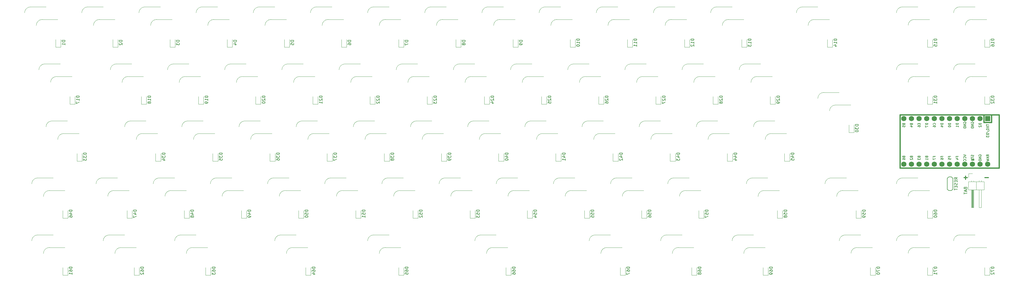
<source format=gbr>
%TF.GenerationSoftware,KiCad,Pcbnew,(6.0.2-0)*%
%TF.CreationDate,2022-03-14T13:24:27+01:00*%
%TF.ProjectId,lasercut,6c617365-7263-4757-942e-6b696361645f,rev?*%
%TF.SameCoordinates,Original*%
%TF.FileFunction,Legend,Bot*%
%TF.FilePolarity,Positive*%
%FSLAX46Y46*%
G04 Gerber Fmt 4.6, Leading zero omitted, Abs format (unit mm)*
G04 Created by KiCad (PCBNEW (6.0.2-0)) date 2022-03-14 13:24:27*
%MOMM*%
%LPD*%
G01*
G04 APERTURE LIST*
%ADD10C,0.300000*%
%ADD11C,0.150000*%
%ADD12C,0.120000*%
%ADD13C,0.381000*%
%ADD14C,1.752600*%
%ADD15R,1.752600X1.752600*%
G04 APERTURE END LIST*
D10*
X349571428Y-84707142D02*
X348428571Y-84707142D01*
X342571428Y-84707142D02*
X341428571Y-84707142D01*
X342000000Y-85278571D02*
X342000000Y-84135714D01*
D11*
%TO.C,RESET*%
X339252380Y-85247619D02*
X338776190Y-84914285D01*
X339252380Y-84676190D02*
X338252380Y-84676190D01*
X338252380Y-85057142D01*
X338300000Y-85152380D01*
X338347619Y-85200000D01*
X338442857Y-85247619D01*
X338585714Y-85247619D01*
X338680952Y-85200000D01*
X338728571Y-85152380D01*
X338776190Y-85057142D01*
X338776190Y-84676190D01*
X338728571Y-85676190D02*
X338728571Y-86009523D01*
X339252380Y-86152380D02*
X339252380Y-85676190D01*
X338252380Y-85676190D01*
X338252380Y-86152380D01*
X339204761Y-86533333D02*
X339252380Y-86676190D01*
X339252380Y-86914285D01*
X339204761Y-87009523D01*
X339157142Y-87057142D01*
X339061904Y-87104761D01*
X338966666Y-87104761D01*
X338871428Y-87057142D01*
X338823809Y-87009523D01*
X338776190Y-86914285D01*
X338728571Y-86723809D01*
X338680952Y-86628571D01*
X338633333Y-86580952D01*
X338538095Y-86533333D01*
X338442857Y-86533333D01*
X338347619Y-86580952D01*
X338300000Y-86628571D01*
X338252380Y-86723809D01*
X338252380Y-86961904D01*
X338300000Y-87104761D01*
X338728571Y-87533333D02*
X338728571Y-87866666D01*
X339252380Y-88009523D02*
X339252380Y-87533333D01*
X338252380Y-87533333D01*
X338252380Y-88009523D01*
X338252380Y-88295238D02*
X338252380Y-88866666D01*
X339252380Y-88580952D02*
X338252380Y-88580952D01*
%TO.C,BAT*%
X341918571Y-88246904D02*
X341966190Y-88389761D01*
X342013809Y-88437380D01*
X342109047Y-88485000D01*
X342251904Y-88485000D01*
X342347142Y-88437380D01*
X342394761Y-88389761D01*
X342442380Y-88294523D01*
X342442380Y-87913571D01*
X341442380Y-87913571D01*
X341442380Y-88246904D01*
X341490000Y-88342142D01*
X341537619Y-88389761D01*
X341632857Y-88437380D01*
X341728095Y-88437380D01*
X341823333Y-88389761D01*
X341870952Y-88342142D01*
X341918571Y-88246904D01*
X341918571Y-87913571D01*
X342156666Y-88865952D02*
X342156666Y-89342142D01*
X342442380Y-88770714D02*
X341442380Y-89104047D01*
X342442380Y-89437380D01*
X341442380Y-89627857D02*
X341442380Y-90199285D01*
X342442380Y-89913571D02*
X341442380Y-89913571D01*
%TO.C,U*%
X339571904Y-66548523D02*
X338771904Y-66548523D01*
X338771904Y-66739000D01*
X338810000Y-66853285D01*
X338886190Y-66929476D01*
X338962380Y-66967571D01*
X339114761Y-67005666D01*
X339229047Y-67005666D01*
X339381428Y-66967571D01*
X339457619Y-66929476D01*
X339533809Y-66853285D01*
X339571904Y-66739000D01*
X339571904Y-66548523D01*
X339571904Y-67767571D02*
X339571904Y-67310428D01*
X339571904Y-67539000D02*
X338771904Y-67539000D01*
X338886190Y-67462809D01*
X338962380Y-67386619D01*
X339000476Y-67310428D01*
X336612857Y-77794333D02*
X336612857Y-77527666D01*
X337031904Y-77527666D02*
X336231904Y-77527666D01*
X336231904Y-77908619D01*
X336231904Y-78594333D02*
X336231904Y-78213380D01*
X336612857Y-78175285D01*
X336574761Y-78213380D01*
X336536666Y-78289571D01*
X336536666Y-78480047D01*
X336574761Y-78556238D01*
X336612857Y-78594333D01*
X336689047Y-78632428D01*
X336879523Y-78632428D01*
X336955714Y-78594333D01*
X336993809Y-78556238D01*
X337031904Y-78480047D01*
X337031904Y-78289571D01*
X336993809Y-78213380D01*
X336955714Y-78175285D01*
X344633809Y-77106666D02*
X344671904Y-77220952D01*
X344671904Y-77411428D01*
X344633809Y-77487619D01*
X344595714Y-77525714D01*
X344519523Y-77563809D01*
X344443333Y-77563809D01*
X344367142Y-77525714D01*
X344329047Y-77487619D01*
X344290952Y-77411428D01*
X344252857Y-77259047D01*
X344214761Y-77182857D01*
X344176666Y-77144761D01*
X344100476Y-77106666D01*
X344024285Y-77106666D01*
X343948095Y-77144761D01*
X343910000Y-77182857D01*
X343871904Y-77259047D01*
X343871904Y-77449523D01*
X343910000Y-77563809D01*
X343871904Y-77792380D02*
X343871904Y-78249523D01*
X344671904Y-78020952D02*
X343871904Y-78020952D01*
X347191904Y-66548523D02*
X346391904Y-66548523D01*
X346391904Y-66739000D01*
X346430000Y-66853285D01*
X346506190Y-66929476D01*
X346582380Y-66967571D01*
X346734761Y-67005666D01*
X346849047Y-67005666D01*
X347001428Y-66967571D01*
X347077619Y-66929476D01*
X347153809Y-66853285D01*
X347191904Y-66739000D01*
X347191904Y-66548523D01*
X346468095Y-67310428D02*
X346430000Y-67348523D01*
X346391904Y-67424714D01*
X346391904Y-67615190D01*
X346430000Y-67691380D01*
X346468095Y-67729476D01*
X346544285Y-67767571D01*
X346620476Y-67767571D01*
X346734761Y-67729476D01*
X347191904Y-67272333D01*
X347191904Y-67767571D01*
X337031904Y-66548523D02*
X336231904Y-66548523D01*
X336231904Y-66739000D01*
X336270000Y-66853285D01*
X336346190Y-66929476D01*
X336422380Y-66967571D01*
X336574761Y-67005666D01*
X336689047Y-67005666D01*
X336841428Y-66967571D01*
X336917619Y-66929476D01*
X336993809Y-66853285D01*
X337031904Y-66739000D01*
X337031904Y-66548523D01*
X336231904Y-67500904D02*
X336231904Y-67577095D01*
X336270000Y-67653285D01*
X336308095Y-67691380D01*
X336384285Y-67729476D01*
X336536666Y-67767571D01*
X336727142Y-67767571D01*
X336879523Y-67729476D01*
X336955714Y-67691380D01*
X336993809Y-67653285D01*
X337031904Y-67577095D01*
X337031904Y-67500904D01*
X336993809Y-67424714D01*
X336955714Y-67386619D01*
X336879523Y-67348523D01*
X336727142Y-67310428D01*
X336536666Y-67310428D01*
X336384285Y-67348523D01*
X336308095Y-67386619D01*
X336270000Y-67424714D01*
X336231904Y-67500904D01*
X326452857Y-66586619D02*
X326452857Y-66853285D01*
X326871904Y-66967571D02*
X326871904Y-66586619D01*
X326071904Y-66586619D01*
X326071904Y-66967571D01*
X326071904Y-67653285D02*
X326071904Y-67500904D01*
X326110000Y-67424714D01*
X326148095Y-67386619D01*
X326262380Y-67310428D01*
X326414761Y-67272333D01*
X326719523Y-67272333D01*
X326795714Y-67310428D01*
X326833809Y-67348523D01*
X326871904Y-67424714D01*
X326871904Y-67577095D01*
X326833809Y-67653285D01*
X326795714Y-67691380D01*
X326719523Y-67729476D01*
X326529047Y-67729476D01*
X326452857Y-67691380D01*
X326414761Y-67653285D01*
X326376666Y-67577095D01*
X326376666Y-67424714D01*
X326414761Y-67348523D01*
X326452857Y-67310428D01*
X326529047Y-67272333D01*
X321372857Y-66815190D02*
X321410952Y-66929476D01*
X321449047Y-66967571D01*
X321525238Y-67005666D01*
X321639523Y-67005666D01*
X321715714Y-66967571D01*
X321753809Y-66929476D01*
X321791904Y-66853285D01*
X321791904Y-66548523D01*
X320991904Y-66548523D01*
X320991904Y-66815190D01*
X321030000Y-66891380D01*
X321068095Y-66929476D01*
X321144285Y-66967571D01*
X321220476Y-66967571D01*
X321296666Y-66929476D01*
X321334761Y-66891380D01*
X321372857Y-66815190D01*
X321372857Y-66548523D01*
X320991904Y-67729476D02*
X320991904Y-67348523D01*
X321372857Y-67310428D01*
X321334761Y-67348523D01*
X321296666Y-67424714D01*
X321296666Y-67615190D01*
X321334761Y-67691380D01*
X321372857Y-67729476D01*
X321449047Y-67767571D01*
X321639523Y-67767571D01*
X321715714Y-67729476D01*
X321753809Y-67691380D01*
X321791904Y-67615190D01*
X321791904Y-67424714D01*
X321753809Y-67348523D01*
X321715714Y-67310428D01*
X323912857Y-66815190D02*
X323950952Y-66929476D01*
X323989047Y-66967571D01*
X324065238Y-67005666D01*
X324179523Y-67005666D01*
X324255714Y-66967571D01*
X324293809Y-66929476D01*
X324331904Y-66853285D01*
X324331904Y-66548523D01*
X323531904Y-66548523D01*
X323531904Y-66815190D01*
X323570000Y-66891380D01*
X323608095Y-66929476D01*
X323684285Y-66967571D01*
X323760476Y-66967571D01*
X323836666Y-66929476D01*
X323874761Y-66891380D01*
X323912857Y-66815190D01*
X323912857Y-66548523D01*
X323798571Y-67691380D02*
X324331904Y-67691380D01*
X323493809Y-67500904D02*
X324065238Y-67310428D01*
X324065238Y-67805666D01*
X331875714Y-67005666D02*
X331913809Y-66967571D01*
X331951904Y-66853285D01*
X331951904Y-66777095D01*
X331913809Y-66662809D01*
X331837619Y-66586619D01*
X331761428Y-66548523D01*
X331609047Y-66510428D01*
X331494761Y-66510428D01*
X331342380Y-66548523D01*
X331266190Y-66586619D01*
X331190000Y-66662809D01*
X331151904Y-66777095D01*
X331151904Y-66853285D01*
X331190000Y-66967571D01*
X331228095Y-67005666D01*
X331151904Y-67691380D02*
X331151904Y-67539000D01*
X331190000Y-67462809D01*
X331228095Y-67424714D01*
X331342380Y-67348523D01*
X331494761Y-67310428D01*
X331799523Y-67310428D01*
X331875714Y-67348523D01*
X331913809Y-67386619D01*
X331951904Y-67462809D01*
X331951904Y-67615190D01*
X331913809Y-67691380D01*
X331875714Y-67729476D01*
X331799523Y-67767571D01*
X331609047Y-67767571D01*
X331532857Y-67729476D01*
X331494761Y-67691380D01*
X331456666Y-67615190D01*
X331456666Y-67462809D01*
X331494761Y-67386619D01*
X331532857Y-67348523D01*
X331609047Y-67310428D01*
X328992857Y-77737190D02*
X329030952Y-77851476D01*
X329069047Y-77889571D01*
X329145238Y-77927666D01*
X329259523Y-77927666D01*
X329335714Y-77889571D01*
X329373809Y-77851476D01*
X329411904Y-77775285D01*
X329411904Y-77470523D01*
X328611904Y-77470523D01*
X328611904Y-77737190D01*
X328650000Y-77813380D01*
X328688095Y-77851476D01*
X328764285Y-77889571D01*
X328840476Y-77889571D01*
X328916666Y-77851476D01*
X328954761Y-77813380D01*
X328992857Y-77737190D01*
X328992857Y-77470523D01*
X329411904Y-78689571D02*
X329411904Y-78232428D01*
X329411904Y-78461000D02*
X328611904Y-78461000D01*
X328726190Y-78384809D01*
X328802380Y-78308619D01*
X328840476Y-78232428D01*
X326452857Y-77737190D02*
X326490952Y-77851476D01*
X326529047Y-77889571D01*
X326605238Y-77927666D01*
X326719523Y-77927666D01*
X326795714Y-77889571D01*
X326833809Y-77851476D01*
X326871904Y-77775285D01*
X326871904Y-77470523D01*
X326071904Y-77470523D01*
X326071904Y-77737190D01*
X326110000Y-77813380D01*
X326148095Y-77851476D01*
X326224285Y-77889571D01*
X326300476Y-77889571D01*
X326376666Y-77851476D01*
X326414761Y-77813380D01*
X326452857Y-77737190D01*
X326452857Y-77470523D01*
X326071904Y-78194333D02*
X326071904Y-78689571D01*
X326376666Y-78422904D01*
X326376666Y-78537190D01*
X326414761Y-78613380D01*
X326452857Y-78651476D01*
X326529047Y-78689571D01*
X326719523Y-78689571D01*
X326795714Y-78651476D01*
X326833809Y-78613380D01*
X326871904Y-78537190D01*
X326871904Y-78308619D01*
X326833809Y-78232428D01*
X326795714Y-78194333D01*
X339152857Y-77794333D02*
X339152857Y-77527666D01*
X339571904Y-77527666D02*
X338771904Y-77527666D01*
X338771904Y-77908619D01*
X339038571Y-78556238D02*
X339571904Y-78556238D01*
X338733809Y-78365761D02*
X339305238Y-78175285D01*
X339305238Y-78670523D01*
X341311904Y-76994333D02*
X342111904Y-77261000D01*
X341311904Y-77527666D01*
X342035714Y-78251476D02*
X342073809Y-78213380D01*
X342111904Y-78099095D01*
X342111904Y-78022904D01*
X342073809Y-77908619D01*
X341997619Y-77832428D01*
X341921428Y-77794333D01*
X341769047Y-77756238D01*
X341654761Y-77756238D01*
X341502380Y-77794333D01*
X341426190Y-77832428D01*
X341350000Y-77908619D01*
X341311904Y-78022904D01*
X341311904Y-78099095D01*
X341350000Y-78213380D01*
X341388095Y-78251476D01*
X342035714Y-79051476D02*
X342073809Y-79013380D01*
X342111904Y-78899095D01*
X342111904Y-78822904D01*
X342073809Y-78708619D01*
X341997619Y-78632428D01*
X341921428Y-78594333D01*
X341769047Y-78556238D01*
X341654761Y-78556238D01*
X341502380Y-78594333D01*
X341426190Y-78632428D01*
X341350000Y-78708619D01*
X341311904Y-78822904D01*
X341311904Y-78899095D01*
X341350000Y-79013380D01*
X341388095Y-79051476D01*
X321372857Y-77737190D02*
X321410952Y-77851476D01*
X321449047Y-77889571D01*
X321525238Y-77927666D01*
X321639523Y-77927666D01*
X321715714Y-77889571D01*
X321753809Y-77851476D01*
X321791904Y-77775285D01*
X321791904Y-77470523D01*
X320991904Y-77470523D01*
X320991904Y-77737190D01*
X321030000Y-77813380D01*
X321068095Y-77851476D01*
X321144285Y-77889571D01*
X321220476Y-77889571D01*
X321296666Y-77851476D01*
X321334761Y-77813380D01*
X321372857Y-77737190D01*
X321372857Y-77470523D01*
X320991904Y-78613380D02*
X320991904Y-78461000D01*
X321030000Y-78384809D01*
X321068095Y-78346714D01*
X321182380Y-78270523D01*
X321334761Y-78232428D01*
X321639523Y-78232428D01*
X321715714Y-78270523D01*
X321753809Y-78308619D01*
X321791904Y-78384809D01*
X321791904Y-78537190D01*
X321753809Y-78613380D01*
X321715714Y-78651476D01*
X321639523Y-78689571D01*
X321449047Y-78689571D01*
X321372857Y-78651476D01*
X321334761Y-78613380D01*
X321296666Y-78537190D01*
X321296666Y-78384809D01*
X321334761Y-78308619D01*
X321372857Y-78270523D01*
X321449047Y-78232428D01*
X334072857Y-77794333D02*
X334072857Y-77527666D01*
X334491904Y-77527666D02*
X333691904Y-77527666D01*
X333691904Y-77908619D01*
X333691904Y-78556238D02*
X333691904Y-78403857D01*
X333730000Y-78327666D01*
X333768095Y-78289571D01*
X333882380Y-78213380D01*
X334034761Y-78175285D01*
X334339523Y-78175285D01*
X334415714Y-78213380D01*
X334453809Y-78251476D01*
X334491904Y-78327666D01*
X334491904Y-78480047D01*
X334453809Y-78556238D01*
X334415714Y-78594333D01*
X334339523Y-78632428D01*
X334149047Y-78632428D01*
X334072857Y-78594333D01*
X334034761Y-78556238D01*
X333996666Y-78480047D01*
X333996666Y-78327666D01*
X334034761Y-78251476D01*
X334072857Y-78213380D01*
X334149047Y-78175285D01*
X323912857Y-77737190D02*
X323950952Y-77851476D01*
X323989047Y-77889571D01*
X324065238Y-77927666D01*
X324179523Y-77927666D01*
X324255714Y-77889571D01*
X324293809Y-77851476D01*
X324331904Y-77775285D01*
X324331904Y-77470523D01*
X323531904Y-77470523D01*
X323531904Y-77737190D01*
X323570000Y-77813380D01*
X323608095Y-77851476D01*
X323684285Y-77889571D01*
X323760476Y-77889571D01*
X323836666Y-77851476D01*
X323874761Y-77813380D01*
X323912857Y-77737190D01*
X323912857Y-77470523D01*
X323608095Y-78232428D02*
X323570000Y-78270523D01*
X323531904Y-78346714D01*
X323531904Y-78537190D01*
X323570000Y-78613380D01*
X323608095Y-78651476D01*
X323684285Y-78689571D01*
X323760476Y-78689571D01*
X323874761Y-78651476D01*
X324331904Y-78194333D01*
X324331904Y-78689571D01*
X349731904Y-77508619D02*
X349350952Y-77241952D01*
X349731904Y-77051476D02*
X348931904Y-77051476D01*
X348931904Y-77356238D01*
X348970000Y-77432428D01*
X349008095Y-77470523D01*
X349084285Y-77508619D01*
X349198571Y-77508619D01*
X349274761Y-77470523D01*
X349312857Y-77432428D01*
X349350952Y-77356238D01*
X349350952Y-77051476D01*
X349503333Y-77813380D02*
X349503333Y-78194333D01*
X349731904Y-77737190D02*
X348931904Y-78003857D01*
X349731904Y-78270523D01*
X348931904Y-78461000D02*
X349731904Y-78651476D01*
X349160476Y-78803857D01*
X349731904Y-78956238D01*
X348931904Y-79146714D01*
X348931904Y-66837651D02*
X348931904Y-67294794D01*
X349731904Y-67066223D02*
X348931904Y-67066223D01*
X348931904Y-67485270D02*
X349731904Y-68018604D01*
X348931904Y-68018604D02*
X349731904Y-67485270D01*
X348931904Y-68475747D02*
X348931904Y-68551937D01*
X348970000Y-68628128D01*
X349008095Y-68666223D01*
X349084285Y-68704318D01*
X349236666Y-68742413D01*
X349427142Y-68742413D01*
X349579523Y-68704318D01*
X349655714Y-68666223D01*
X349693809Y-68628128D01*
X349731904Y-68551937D01*
X349731904Y-68475747D01*
X349693809Y-68399556D01*
X349655714Y-68361461D01*
X349579523Y-68323366D01*
X349427142Y-68285270D01*
X349236666Y-68285270D01*
X349084285Y-68323366D01*
X349008095Y-68361461D01*
X348970000Y-68399556D01*
X348931904Y-68475747D01*
X348893809Y-69656699D02*
X349922380Y-68970985D01*
X349731904Y-69923366D02*
X348931904Y-69923366D01*
X348931904Y-70113842D01*
X348970000Y-70228128D01*
X349046190Y-70304318D01*
X349122380Y-70342413D01*
X349274761Y-70380508D01*
X349389047Y-70380508D01*
X349541428Y-70342413D01*
X349617619Y-70304318D01*
X349693809Y-70228128D01*
X349731904Y-70113842D01*
X349731904Y-69923366D01*
X348931904Y-70647175D02*
X348931904Y-71142413D01*
X349236666Y-70875747D01*
X349236666Y-70990032D01*
X349274761Y-71066223D01*
X349312857Y-71104318D01*
X349389047Y-71142413D01*
X349579523Y-71142413D01*
X349655714Y-71104318D01*
X349693809Y-71066223D01*
X349731904Y-70990032D01*
X349731904Y-70761461D01*
X349693809Y-70685270D01*
X349655714Y-70647175D01*
X341350000Y-66529476D02*
X341311904Y-66453285D01*
X341311904Y-66339000D01*
X341350000Y-66224714D01*
X341426190Y-66148523D01*
X341502380Y-66110428D01*
X341654761Y-66072333D01*
X341769047Y-66072333D01*
X341921428Y-66110428D01*
X341997619Y-66148523D01*
X342073809Y-66224714D01*
X342111904Y-66339000D01*
X342111904Y-66415190D01*
X342073809Y-66529476D01*
X342035714Y-66567571D01*
X341769047Y-66567571D01*
X341769047Y-66415190D01*
X342111904Y-66910428D02*
X341311904Y-66910428D01*
X342111904Y-67367571D01*
X341311904Y-67367571D01*
X342111904Y-67748523D02*
X341311904Y-67748523D01*
X341311904Y-67939000D01*
X341350000Y-68053285D01*
X341426190Y-68129476D01*
X341502380Y-68167571D01*
X341654761Y-68205666D01*
X341769047Y-68205666D01*
X341921428Y-68167571D01*
X341997619Y-68129476D01*
X342073809Y-68053285D01*
X342111904Y-67939000D01*
X342111904Y-67748523D01*
X343890000Y-66529476D02*
X343851904Y-66453285D01*
X343851904Y-66339000D01*
X343890000Y-66224714D01*
X343966190Y-66148523D01*
X344042380Y-66110428D01*
X344194761Y-66072333D01*
X344309047Y-66072333D01*
X344461428Y-66110428D01*
X344537619Y-66148523D01*
X344613809Y-66224714D01*
X344651904Y-66339000D01*
X344651904Y-66415190D01*
X344613809Y-66529476D01*
X344575714Y-66567571D01*
X344309047Y-66567571D01*
X344309047Y-66415190D01*
X344651904Y-66910428D02*
X343851904Y-66910428D01*
X344651904Y-67367571D01*
X343851904Y-67367571D01*
X344651904Y-67748523D02*
X343851904Y-67748523D01*
X343851904Y-67939000D01*
X343890000Y-68053285D01*
X343966190Y-68129476D01*
X344042380Y-68167571D01*
X344194761Y-68205666D01*
X344309047Y-68205666D01*
X344461428Y-68167571D01*
X344537619Y-68129476D01*
X344613809Y-68053285D01*
X344651904Y-67939000D01*
X344651904Y-67748523D01*
X334491904Y-66548523D02*
X333691904Y-66548523D01*
X333691904Y-66739000D01*
X333730000Y-66853285D01*
X333806190Y-66929476D01*
X333882380Y-66967571D01*
X334034761Y-67005666D01*
X334149047Y-67005666D01*
X334301428Y-66967571D01*
X334377619Y-66929476D01*
X334453809Y-66853285D01*
X334491904Y-66739000D01*
X334491904Y-66548523D01*
X333958571Y-67691380D02*
X334491904Y-67691380D01*
X333653809Y-67500904D02*
X334225238Y-67310428D01*
X334225238Y-67805666D01*
X331532857Y-77794333D02*
X331532857Y-77527666D01*
X331951904Y-77527666D02*
X331151904Y-77527666D01*
X331151904Y-77908619D01*
X331151904Y-78137190D02*
X331151904Y-78670523D01*
X331951904Y-78327666D01*
X329411904Y-66548523D02*
X328611904Y-66548523D01*
X328611904Y-66739000D01*
X328650000Y-66853285D01*
X328726190Y-66929476D01*
X328802380Y-66967571D01*
X328954761Y-67005666D01*
X329069047Y-67005666D01*
X329221428Y-66967571D01*
X329297619Y-66929476D01*
X329373809Y-66853285D01*
X329411904Y-66739000D01*
X329411904Y-66548523D01*
X328611904Y-67272333D02*
X328611904Y-67805666D01*
X329411904Y-67462809D01*
X346430000Y-77451476D02*
X346391904Y-77375285D01*
X346391904Y-77261000D01*
X346430000Y-77146714D01*
X346506190Y-77070523D01*
X346582380Y-77032428D01*
X346734761Y-76994333D01*
X346849047Y-76994333D01*
X347001428Y-77032428D01*
X347077619Y-77070523D01*
X347153809Y-77146714D01*
X347191904Y-77261000D01*
X347191904Y-77337190D01*
X347153809Y-77451476D01*
X347115714Y-77489571D01*
X346849047Y-77489571D01*
X346849047Y-77337190D01*
X347191904Y-77832428D02*
X346391904Y-77832428D01*
X347191904Y-78289571D01*
X346391904Y-78289571D01*
X347191904Y-78670523D02*
X346391904Y-78670523D01*
X346391904Y-78861000D01*
X346430000Y-78975285D01*
X346506190Y-79051476D01*
X346582380Y-79089571D01*
X346734761Y-79127666D01*
X346849047Y-79127666D01*
X347001428Y-79089571D01*
X347077619Y-79051476D01*
X347153809Y-78975285D01*
X347191904Y-78861000D01*
X347191904Y-78670523D01*
%TO.C,D72*%
X351469880Y-114540714D02*
X350469880Y-114540714D01*
X350469880Y-114778809D01*
X350517500Y-114921666D01*
X350612738Y-115016904D01*
X350707976Y-115064523D01*
X350898452Y-115112142D01*
X351041309Y-115112142D01*
X351231785Y-115064523D01*
X351327023Y-115016904D01*
X351422261Y-114921666D01*
X351469880Y-114778809D01*
X351469880Y-114540714D01*
X350469880Y-115445476D02*
X350469880Y-116112142D01*
X351469880Y-115683571D01*
X350565119Y-116445476D02*
X350517500Y-116493095D01*
X350469880Y-116588333D01*
X350469880Y-116826428D01*
X350517500Y-116921666D01*
X350565119Y-116969285D01*
X350660357Y-117016904D01*
X350755595Y-117016904D01*
X350898452Y-116969285D01*
X351469880Y-116397857D01*
X351469880Y-117016904D01*
%TO.C,D17*%
X46669880Y-57390714D02*
X45669880Y-57390714D01*
X45669880Y-57628809D01*
X45717500Y-57771666D01*
X45812738Y-57866904D01*
X45907976Y-57914523D01*
X46098452Y-57962142D01*
X46241309Y-57962142D01*
X46431785Y-57914523D01*
X46527023Y-57866904D01*
X46622261Y-57771666D01*
X46669880Y-57628809D01*
X46669880Y-57390714D01*
X46669880Y-58914523D02*
X46669880Y-58343095D01*
X46669880Y-58628809D02*
X45669880Y-58628809D01*
X45812738Y-58533571D01*
X45907976Y-58438333D01*
X45955595Y-58343095D01*
X45669880Y-59247857D02*
X45669880Y-59914523D01*
X46669880Y-59485952D01*
%TO.C,D33*%
X49051130Y-76440714D02*
X48051130Y-76440714D01*
X48051130Y-76678809D01*
X48098750Y-76821666D01*
X48193988Y-76916904D01*
X48289226Y-76964523D01*
X48479702Y-77012142D01*
X48622559Y-77012142D01*
X48813035Y-76964523D01*
X48908273Y-76916904D01*
X49003511Y-76821666D01*
X49051130Y-76678809D01*
X49051130Y-76440714D01*
X48051130Y-77345476D02*
X48051130Y-77964523D01*
X48432083Y-77631190D01*
X48432083Y-77774047D01*
X48479702Y-77869285D01*
X48527321Y-77916904D01*
X48622559Y-77964523D01*
X48860654Y-77964523D01*
X48955892Y-77916904D01*
X49003511Y-77869285D01*
X49051130Y-77774047D01*
X49051130Y-77488333D01*
X49003511Y-77393095D01*
X48955892Y-77345476D01*
X48051130Y-78297857D02*
X48051130Y-78916904D01*
X48432083Y-78583571D01*
X48432083Y-78726428D01*
X48479702Y-78821666D01*
X48527321Y-78869285D01*
X48622559Y-78916904D01*
X48860654Y-78916904D01*
X48955892Y-78869285D01*
X49003511Y-78821666D01*
X49051130Y-78726428D01*
X49051130Y-78440714D01*
X49003511Y-78345476D01*
X48955892Y-78297857D01*
%TO.C,D35*%
X94294880Y-76440714D02*
X93294880Y-76440714D01*
X93294880Y-76678809D01*
X93342500Y-76821666D01*
X93437738Y-76916904D01*
X93532976Y-76964523D01*
X93723452Y-77012142D01*
X93866309Y-77012142D01*
X94056785Y-76964523D01*
X94152023Y-76916904D01*
X94247261Y-76821666D01*
X94294880Y-76678809D01*
X94294880Y-76440714D01*
X93294880Y-77345476D02*
X93294880Y-77964523D01*
X93675833Y-77631190D01*
X93675833Y-77774047D01*
X93723452Y-77869285D01*
X93771071Y-77916904D01*
X93866309Y-77964523D01*
X94104404Y-77964523D01*
X94199642Y-77916904D01*
X94247261Y-77869285D01*
X94294880Y-77774047D01*
X94294880Y-77488333D01*
X94247261Y-77393095D01*
X94199642Y-77345476D01*
X93294880Y-78869285D02*
X93294880Y-78393095D01*
X93771071Y-78345476D01*
X93723452Y-78393095D01*
X93675833Y-78488333D01*
X93675833Y-78726428D01*
X93723452Y-78821666D01*
X93771071Y-78869285D01*
X93866309Y-78916904D01*
X94104404Y-78916904D01*
X94199642Y-78869285D01*
X94247261Y-78821666D01*
X94294880Y-78726428D01*
X94294880Y-78488333D01*
X94247261Y-78393095D01*
X94199642Y-78345476D01*
%TO.C,D49*%
X103819880Y-95490714D02*
X102819880Y-95490714D01*
X102819880Y-95728809D01*
X102867500Y-95871666D01*
X102962738Y-95966904D01*
X103057976Y-96014523D01*
X103248452Y-96062142D01*
X103391309Y-96062142D01*
X103581785Y-96014523D01*
X103677023Y-95966904D01*
X103772261Y-95871666D01*
X103819880Y-95728809D01*
X103819880Y-95490714D01*
X103153214Y-96919285D02*
X103819880Y-96919285D01*
X102772261Y-96681190D02*
X103486547Y-96443095D01*
X103486547Y-97062142D01*
X103819880Y-97490714D02*
X103819880Y-97681190D01*
X103772261Y-97776428D01*
X103724642Y-97824047D01*
X103581785Y-97919285D01*
X103391309Y-97966904D01*
X103010357Y-97966904D01*
X102915119Y-97919285D01*
X102867500Y-97871666D01*
X102819880Y-97776428D01*
X102819880Y-97585952D01*
X102867500Y-97490714D01*
X102915119Y-97443095D01*
X103010357Y-97395476D01*
X103248452Y-97395476D01*
X103343690Y-97443095D01*
X103391309Y-97490714D01*
X103438928Y-97585952D01*
X103438928Y-97776428D01*
X103391309Y-97871666D01*
X103343690Y-97919285D01*
X103248452Y-97966904D01*
%TO.C,D2*%
X60957380Y-38816904D02*
X59957380Y-38816904D01*
X59957380Y-39055000D01*
X60005000Y-39197857D01*
X60100238Y-39293095D01*
X60195476Y-39340714D01*
X60385952Y-39388333D01*
X60528809Y-39388333D01*
X60719285Y-39340714D01*
X60814523Y-39293095D01*
X60909761Y-39197857D01*
X60957380Y-39055000D01*
X60957380Y-38816904D01*
X60052619Y-39769285D02*
X60005000Y-39816904D01*
X59957380Y-39912142D01*
X59957380Y-40150238D01*
X60005000Y-40245476D01*
X60052619Y-40293095D01*
X60147857Y-40340714D01*
X60243095Y-40340714D01*
X60385952Y-40293095D01*
X60957380Y-39721666D01*
X60957380Y-40340714D01*
%TO.C,D51*%
X141919880Y-95490714D02*
X140919880Y-95490714D01*
X140919880Y-95728809D01*
X140967500Y-95871666D01*
X141062738Y-95966904D01*
X141157976Y-96014523D01*
X141348452Y-96062142D01*
X141491309Y-96062142D01*
X141681785Y-96014523D01*
X141777023Y-95966904D01*
X141872261Y-95871666D01*
X141919880Y-95728809D01*
X141919880Y-95490714D01*
X140919880Y-96966904D02*
X140919880Y-96490714D01*
X141396071Y-96443095D01*
X141348452Y-96490714D01*
X141300833Y-96585952D01*
X141300833Y-96824047D01*
X141348452Y-96919285D01*
X141396071Y-96966904D01*
X141491309Y-97014523D01*
X141729404Y-97014523D01*
X141824642Y-96966904D01*
X141872261Y-96919285D01*
X141919880Y-96824047D01*
X141919880Y-96585952D01*
X141872261Y-96490714D01*
X141824642Y-96443095D01*
X141919880Y-97966904D02*
X141919880Y-97395476D01*
X141919880Y-97681190D02*
X140919880Y-97681190D01*
X141062738Y-97585952D01*
X141157976Y-97490714D01*
X141205595Y-97395476D01*
%TO.C,D3*%
X80007380Y-38816904D02*
X79007380Y-38816904D01*
X79007380Y-39055000D01*
X79055000Y-39197857D01*
X79150238Y-39293095D01*
X79245476Y-39340714D01*
X79435952Y-39388333D01*
X79578809Y-39388333D01*
X79769285Y-39340714D01*
X79864523Y-39293095D01*
X79959761Y-39197857D01*
X80007380Y-39055000D01*
X80007380Y-38816904D01*
X79007380Y-39721666D02*
X79007380Y-40340714D01*
X79388333Y-40007380D01*
X79388333Y-40150238D01*
X79435952Y-40245476D01*
X79483571Y-40293095D01*
X79578809Y-40340714D01*
X79816904Y-40340714D01*
X79912142Y-40293095D01*
X79959761Y-40245476D01*
X80007380Y-40150238D01*
X80007380Y-39864523D01*
X79959761Y-39769285D01*
X79912142Y-39721666D01*
%TO.C,D40*%
X189544880Y-76440714D02*
X188544880Y-76440714D01*
X188544880Y-76678809D01*
X188592500Y-76821666D01*
X188687738Y-76916904D01*
X188782976Y-76964523D01*
X188973452Y-77012142D01*
X189116309Y-77012142D01*
X189306785Y-76964523D01*
X189402023Y-76916904D01*
X189497261Y-76821666D01*
X189544880Y-76678809D01*
X189544880Y-76440714D01*
X188878214Y-77869285D02*
X189544880Y-77869285D01*
X188497261Y-77631190D02*
X189211547Y-77393095D01*
X189211547Y-78012142D01*
X188544880Y-78583571D02*
X188544880Y-78678809D01*
X188592500Y-78774047D01*
X188640119Y-78821666D01*
X188735357Y-78869285D01*
X188925833Y-78916904D01*
X189163928Y-78916904D01*
X189354404Y-78869285D01*
X189449642Y-78821666D01*
X189497261Y-78774047D01*
X189544880Y-78678809D01*
X189544880Y-78583571D01*
X189497261Y-78488333D01*
X189449642Y-78440714D01*
X189354404Y-78393095D01*
X189163928Y-78345476D01*
X188925833Y-78345476D01*
X188735357Y-78393095D01*
X188640119Y-78440714D01*
X188592500Y-78488333D01*
X188544880Y-78583571D01*
%TO.C,D5*%
X118107380Y-38816904D02*
X117107380Y-38816904D01*
X117107380Y-39055000D01*
X117155000Y-39197857D01*
X117250238Y-39293095D01*
X117345476Y-39340714D01*
X117535952Y-39388333D01*
X117678809Y-39388333D01*
X117869285Y-39340714D01*
X117964523Y-39293095D01*
X118059761Y-39197857D01*
X118107380Y-39055000D01*
X118107380Y-38816904D01*
X117107380Y-40293095D02*
X117107380Y-39816904D01*
X117583571Y-39769285D01*
X117535952Y-39816904D01*
X117488333Y-39912142D01*
X117488333Y-40150238D01*
X117535952Y-40245476D01*
X117583571Y-40293095D01*
X117678809Y-40340714D01*
X117916904Y-40340714D01*
X118012142Y-40293095D01*
X118059761Y-40245476D01*
X118107380Y-40150238D01*
X118107380Y-39912142D01*
X118059761Y-39816904D01*
X118012142Y-39769285D01*
%TO.C,D64*%
X125251130Y-114540714D02*
X124251130Y-114540714D01*
X124251130Y-114778809D01*
X124298750Y-114921666D01*
X124393988Y-115016904D01*
X124489226Y-115064523D01*
X124679702Y-115112142D01*
X124822559Y-115112142D01*
X125013035Y-115064523D01*
X125108273Y-115016904D01*
X125203511Y-114921666D01*
X125251130Y-114778809D01*
X125251130Y-114540714D01*
X124251130Y-115969285D02*
X124251130Y-115778809D01*
X124298750Y-115683571D01*
X124346369Y-115635952D01*
X124489226Y-115540714D01*
X124679702Y-115493095D01*
X125060654Y-115493095D01*
X125155892Y-115540714D01*
X125203511Y-115588333D01*
X125251130Y-115683571D01*
X125251130Y-115874047D01*
X125203511Y-115969285D01*
X125155892Y-116016904D01*
X125060654Y-116064523D01*
X124822559Y-116064523D01*
X124727321Y-116016904D01*
X124679702Y-115969285D01*
X124632083Y-115874047D01*
X124632083Y-115683571D01*
X124679702Y-115588333D01*
X124727321Y-115540714D01*
X124822559Y-115493095D01*
X124584464Y-116921666D02*
X125251130Y-116921666D01*
X124203511Y-116683571D02*
X124917797Y-116445476D01*
X124917797Y-117064523D01*
%TO.C,D1*%
X41907380Y-38816904D02*
X40907380Y-38816904D01*
X40907380Y-39055000D01*
X40955000Y-39197857D01*
X41050238Y-39293095D01*
X41145476Y-39340714D01*
X41335952Y-39388333D01*
X41478809Y-39388333D01*
X41669285Y-39340714D01*
X41764523Y-39293095D01*
X41859761Y-39197857D01*
X41907380Y-39055000D01*
X41907380Y-38816904D01*
X41907380Y-40340714D02*
X41907380Y-39769285D01*
X41907380Y-40055000D02*
X40907380Y-40055000D01*
X41050238Y-39959761D01*
X41145476Y-39864523D01*
X41193095Y-39769285D01*
%TO.C,D62*%
X68101130Y-114540714D02*
X67101130Y-114540714D01*
X67101130Y-114778809D01*
X67148750Y-114921666D01*
X67243988Y-115016904D01*
X67339226Y-115064523D01*
X67529702Y-115112142D01*
X67672559Y-115112142D01*
X67863035Y-115064523D01*
X67958273Y-115016904D01*
X68053511Y-114921666D01*
X68101130Y-114778809D01*
X68101130Y-114540714D01*
X67101130Y-115969285D02*
X67101130Y-115778809D01*
X67148750Y-115683571D01*
X67196369Y-115635952D01*
X67339226Y-115540714D01*
X67529702Y-115493095D01*
X67910654Y-115493095D01*
X68005892Y-115540714D01*
X68053511Y-115588333D01*
X68101130Y-115683571D01*
X68101130Y-115874047D01*
X68053511Y-115969285D01*
X68005892Y-116016904D01*
X67910654Y-116064523D01*
X67672559Y-116064523D01*
X67577321Y-116016904D01*
X67529702Y-115969285D01*
X67482083Y-115874047D01*
X67482083Y-115683571D01*
X67529702Y-115588333D01*
X67577321Y-115540714D01*
X67672559Y-115493095D01*
X67196369Y-116445476D02*
X67148750Y-116493095D01*
X67101130Y-116588333D01*
X67101130Y-116826428D01*
X67148750Y-116921666D01*
X67196369Y-116969285D01*
X67291607Y-117016904D01*
X67386845Y-117016904D01*
X67529702Y-116969285D01*
X68101130Y-116397857D01*
X68101130Y-117016904D01*
%TO.C,D59*%
X308607380Y-95490714D02*
X307607380Y-95490714D01*
X307607380Y-95728809D01*
X307655000Y-95871666D01*
X307750238Y-95966904D01*
X307845476Y-96014523D01*
X308035952Y-96062142D01*
X308178809Y-96062142D01*
X308369285Y-96014523D01*
X308464523Y-95966904D01*
X308559761Y-95871666D01*
X308607380Y-95728809D01*
X308607380Y-95490714D01*
X307607380Y-96966904D02*
X307607380Y-96490714D01*
X308083571Y-96443095D01*
X308035952Y-96490714D01*
X307988333Y-96585952D01*
X307988333Y-96824047D01*
X308035952Y-96919285D01*
X308083571Y-96966904D01*
X308178809Y-97014523D01*
X308416904Y-97014523D01*
X308512142Y-96966904D01*
X308559761Y-96919285D01*
X308607380Y-96824047D01*
X308607380Y-96585952D01*
X308559761Y-96490714D01*
X308512142Y-96443095D01*
X308607380Y-97490714D02*
X308607380Y-97681190D01*
X308559761Y-97776428D01*
X308512142Y-97824047D01*
X308369285Y-97919285D01*
X308178809Y-97966904D01*
X307797857Y-97966904D01*
X307702619Y-97919285D01*
X307655000Y-97871666D01*
X307607380Y-97776428D01*
X307607380Y-97585952D01*
X307655000Y-97490714D01*
X307702619Y-97443095D01*
X307797857Y-97395476D01*
X308035952Y-97395476D01*
X308131190Y-97443095D01*
X308178809Y-97490714D01*
X308226428Y-97585952D01*
X308226428Y-97776428D01*
X308178809Y-97871666D01*
X308131190Y-97919285D01*
X308035952Y-97966904D01*
%TO.C,D55*%
X218119880Y-95490714D02*
X217119880Y-95490714D01*
X217119880Y-95728809D01*
X217167500Y-95871666D01*
X217262738Y-95966904D01*
X217357976Y-96014523D01*
X217548452Y-96062142D01*
X217691309Y-96062142D01*
X217881785Y-96014523D01*
X217977023Y-95966904D01*
X218072261Y-95871666D01*
X218119880Y-95728809D01*
X218119880Y-95490714D01*
X217119880Y-96966904D02*
X217119880Y-96490714D01*
X217596071Y-96443095D01*
X217548452Y-96490714D01*
X217500833Y-96585952D01*
X217500833Y-96824047D01*
X217548452Y-96919285D01*
X217596071Y-96966904D01*
X217691309Y-97014523D01*
X217929404Y-97014523D01*
X218024642Y-96966904D01*
X218072261Y-96919285D01*
X218119880Y-96824047D01*
X218119880Y-96585952D01*
X218072261Y-96490714D01*
X218024642Y-96443095D01*
X217119880Y-97919285D02*
X217119880Y-97443095D01*
X217596071Y-97395476D01*
X217548452Y-97443095D01*
X217500833Y-97538333D01*
X217500833Y-97776428D01*
X217548452Y-97871666D01*
X217596071Y-97919285D01*
X217691309Y-97966904D01*
X217929404Y-97966904D01*
X218024642Y-97919285D01*
X218072261Y-97871666D01*
X218119880Y-97776428D01*
X218119880Y-97538333D01*
X218072261Y-97443095D01*
X218024642Y-97395476D01*
%TO.C,D38*%
X151444880Y-76440714D02*
X150444880Y-76440714D01*
X150444880Y-76678809D01*
X150492500Y-76821666D01*
X150587738Y-76916904D01*
X150682976Y-76964523D01*
X150873452Y-77012142D01*
X151016309Y-77012142D01*
X151206785Y-76964523D01*
X151302023Y-76916904D01*
X151397261Y-76821666D01*
X151444880Y-76678809D01*
X151444880Y-76440714D01*
X150444880Y-77345476D02*
X150444880Y-77964523D01*
X150825833Y-77631190D01*
X150825833Y-77774047D01*
X150873452Y-77869285D01*
X150921071Y-77916904D01*
X151016309Y-77964523D01*
X151254404Y-77964523D01*
X151349642Y-77916904D01*
X151397261Y-77869285D01*
X151444880Y-77774047D01*
X151444880Y-77488333D01*
X151397261Y-77393095D01*
X151349642Y-77345476D01*
X150873452Y-78535952D02*
X150825833Y-78440714D01*
X150778214Y-78393095D01*
X150682976Y-78345476D01*
X150635357Y-78345476D01*
X150540119Y-78393095D01*
X150492500Y-78440714D01*
X150444880Y-78535952D01*
X150444880Y-78726428D01*
X150492500Y-78821666D01*
X150540119Y-78869285D01*
X150635357Y-78916904D01*
X150682976Y-78916904D01*
X150778214Y-78869285D01*
X150825833Y-78821666D01*
X150873452Y-78726428D01*
X150873452Y-78535952D01*
X150921071Y-78440714D01*
X150968690Y-78393095D01*
X151063928Y-78345476D01*
X151254404Y-78345476D01*
X151349642Y-78393095D01*
X151397261Y-78440714D01*
X151444880Y-78535952D01*
X151444880Y-78726428D01*
X151397261Y-78821666D01*
X151349642Y-78869285D01*
X151254404Y-78916904D01*
X151063928Y-78916904D01*
X150968690Y-78869285D01*
X150921071Y-78821666D01*
X150873452Y-78726428D01*
%TO.C,D21*%
X127632380Y-57390714D02*
X126632380Y-57390714D01*
X126632380Y-57628809D01*
X126680000Y-57771666D01*
X126775238Y-57866904D01*
X126870476Y-57914523D01*
X127060952Y-57962142D01*
X127203809Y-57962142D01*
X127394285Y-57914523D01*
X127489523Y-57866904D01*
X127584761Y-57771666D01*
X127632380Y-57628809D01*
X127632380Y-57390714D01*
X126727619Y-58343095D02*
X126680000Y-58390714D01*
X126632380Y-58485952D01*
X126632380Y-58724047D01*
X126680000Y-58819285D01*
X126727619Y-58866904D01*
X126822857Y-58914523D01*
X126918095Y-58914523D01*
X127060952Y-58866904D01*
X127632380Y-58295476D01*
X127632380Y-58914523D01*
X127632380Y-59866904D02*
X127632380Y-59295476D01*
X127632380Y-59581190D02*
X126632380Y-59581190D01*
X126775238Y-59485952D01*
X126870476Y-59390714D01*
X126918095Y-59295476D01*
%TO.C,D44*%
X265744880Y-76440714D02*
X264744880Y-76440714D01*
X264744880Y-76678809D01*
X264792500Y-76821666D01*
X264887738Y-76916904D01*
X264982976Y-76964523D01*
X265173452Y-77012142D01*
X265316309Y-77012142D01*
X265506785Y-76964523D01*
X265602023Y-76916904D01*
X265697261Y-76821666D01*
X265744880Y-76678809D01*
X265744880Y-76440714D01*
X265078214Y-77869285D02*
X265744880Y-77869285D01*
X264697261Y-77631190D02*
X265411547Y-77393095D01*
X265411547Y-78012142D01*
X265078214Y-78821666D02*
X265744880Y-78821666D01*
X264697261Y-78583571D02*
X265411547Y-78345476D01*
X265411547Y-78964523D01*
%TO.C,D25*%
X203832380Y-57390714D02*
X202832380Y-57390714D01*
X202832380Y-57628809D01*
X202880000Y-57771666D01*
X202975238Y-57866904D01*
X203070476Y-57914523D01*
X203260952Y-57962142D01*
X203403809Y-57962142D01*
X203594285Y-57914523D01*
X203689523Y-57866904D01*
X203784761Y-57771666D01*
X203832380Y-57628809D01*
X203832380Y-57390714D01*
X202927619Y-58343095D02*
X202880000Y-58390714D01*
X202832380Y-58485952D01*
X202832380Y-58724047D01*
X202880000Y-58819285D01*
X202927619Y-58866904D01*
X203022857Y-58914523D01*
X203118095Y-58914523D01*
X203260952Y-58866904D01*
X203832380Y-58295476D01*
X203832380Y-58914523D01*
X202832380Y-59819285D02*
X202832380Y-59343095D01*
X203308571Y-59295476D01*
X203260952Y-59343095D01*
X203213333Y-59438333D01*
X203213333Y-59676428D01*
X203260952Y-59771666D01*
X203308571Y-59819285D01*
X203403809Y-59866904D01*
X203641904Y-59866904D01*
X203737142Y-59819285D01*
X203784761Y-59771666D01*
X203832380Y-59676428D01*
X203832380Y-59438333D01*
X203784761Y-59343095D01*
X203737142Y-59295476D01*
%TO.C,D29*%
X280032380Y-57390714D02*
X279032380Y-57390714D01*
X279032380Y-57628809D01*
X279080000Y-57771666D01*
X279175238Y-57866904D01*
X279270476Y-57914523D01*
X279460952Y-57962142D01*
X279603809Y-57962142D01*
X279794285Y-57914523D01*
X279889523Y-57866904D01*
X279984761Y-57771666D01*
X280032380Y-57628809D01*
X280032380Y-57390714D01*
X279127619Y-58343095D02*
X279080000Y-58390714D01*
X279032380Y-58485952D01*
X279032380Y-58724047D01*
X279080000Y-58819285D01*
X279127619Y-58866904D01*
X279222857Y-58914523D01*
X279318095Y-58914523D01*
X279460952Y-58866904D01*
X280032380Y-58295476D01*
X280032380Y-58914523D01*
X280032380Y-59390714D02*
X280032380Y-59581190D01*
X279984761Y-59676428D01*
X279937142Y-59724047D01*
X279794285Y-59819285D01*
X279603809Y-59866904D01*
X279222857Y-59866904D01*
X279127619Y-59819285D01*
X279080000Y-59771666D01*
X279032380Y-59676428D01*
X279032380Y-59485952D01*
X279080000Y-59390714D01*
X279127619Y-59343095D01*
X279222857Y-59295476D01*
X279460952Y-59295476D01*
X279556190Y-59343095D01*
X279603809Y-59390714D01*
X279651428Y-59485952D01*
X279651428Y-59676428D01*
X279603809Y-59771666D01*
X279556190Y-59819285D01*
X279460952Y-59866904D01*
%TO.C,D42*%
X227644880Y-76440714D02*
X226644880Y-76440714D01*
X226644880Y-76678809D01*
X226692500Y-76821666D01*
X226787738Y-76916904D01*
X226882976Y-76964523D01*
X227073452Y-77012142D01*
X227216309Y-77012142D01*
X227406785Y-76964523D01*
X227502023Y-76916904D01*
X227597261Y-76821666D01*
X227644880Y-76678809D01*
X227644880Y-76440714D01*
X226978214Y-77869285D02*
X227644880Y-77869285D01*
X226597261Y-77631190D02*
X227311547Y-77393095D01*
X227311547Y-78012142D01*
X226740119Y-78345476D02*
X226692500Y-78393095D01*
X226644880Y-78488333D01*
X226644880Y-78726428D01*
X226692500Y-78821666D01*
X226740119Y-78869285D01*
X226835357Y-78916904D01*
X226930595Y-78916904D01*
X227073452Y-78869285D01*
X227644880Y-78297857D01*
X227644880Y-78916904D01*
%TO.C,D67*%
X230026130Y-114540714D02*
X229026130Y-114540714D01*
X229026130Y-114778809D01*
X229073750Y-114921666D01*
X229168988Y-115016904D01*
X229264226Y-115064523D01*
X229454702Y-115112142D01*
X229597559Y-115112142D01*
X229788035Y-115064523D01*
X229883273Y-115016904D01*
X229978511Y-114921666D01*
X230026130Y-114778809D01*
X230026130Y-114540714D01*
X229026130Y-115969285D02*
X229026130Y-115778809D01*
X229073750Y-115683571D01*
X229121369Y-115635952D01*
X229264226Y-115540714D01*
X229454702Y-115493095D01*
X229835654Y-115493095D01*
X229930892Y-115540714D01*
X229978511Y-115588333D01*
X230026130Y-115683571D01*
X230026130Y-115874047D01*
X229978511Y-115969285D01*
X229930892Y-116016904D01*
X229835654Y-116064523D01*
X229597559Y-116064523D01*
X229502321Y-116016904D01*
X229454702Y-115969285D01*
X229407083Y-115874047D01*
X229407083Y-115683571D01*
X229454702Y-115588333D01*
X229502321Y-115540714D01*
X229597559Y-115493095D01*
X229026130Y-116397857D02*
X229026130Y-117064523D01*
X230026130Y-116635952D01*
%TO.C,D39*%
X170494880Y-76440714D02*
X169494880Y-76440714D01*
X169494880Y-76678809D01*
X169542500Y-76821666D01*
X169637738Y-76916904D01*
X169732976Y-76964523D01*
X169923452Y-77012142D01*
X170066309Y-77012142D01*
X170256785Y-76964523D01*
X170352023Y-76916904D01*
X170447261Y-76821666D01*
X170494880Y-76678809D01*
X170494880Y-76440714D01*
X169494880Y-77345476D02*
X169494880Y-77964523D01*
X169875833Y-77631190D01*
X169875833Y-77774047D01*
X169923452Y-77869285D01*
X169971071Y-77916904D01*
X170066309Y-77964523D01*
X170304404Y-77964523D01*
X170399642Y-77916904D01*
X170447261Y-77869285D01*
X170494880Y-77774047D01*
X170494880Y-77488333D01*
X170447261Y-77393095D01*
X170399642Y-77345476D01*
X170494880Y-78440714D02*
X170494880Y-78631190D01*
X170447261Y-78726428D01*
X170399642Y-78774047D01*
X170256785Y-78869285D01*
X170066309Y-78916904D01*
X169685357Y-78916904D01*
X169590119Y-78869285D01*
X169542500Y-78821666D01*
X169494880Y-78726428D01*
X169494880Y-78535952D01*
X169542500Y-78440714D01*
X169590119Y-78393095D01*
X169685357Y-78345476D01*
X169923452Y-78345476D01*
X170018690Y-78393095D01*
X170066309Y-78440714D01*
X170113928Y-78535952D01*
X170113928Y-78726428D01*
X170066309Y-78821666D01*
X170018690Y-78869285D01*
X169923452Y-78916904D01*
%TO.C,D66*%
X191926130Y-114540714D02*
X190926130Y-114540714D01*
X190926130Y-114778809D01*
X190973750Y-114921666D01*
X191068988Y-115016904D01*
X191164226Y-115064523D01*
X191354702Y-115112142D01*
X191497559Y-115112142D01*
X191688035Y-115064523D01*
X191783273Y-115016904D01*
X191878511Y-114921666D01*
X191926130Y-114778809D01*
X191926130Y-114540714D01*
X190926130Y-115969285D02*
X190926130Y-115778809D01*
X190973750Y-115683571D01*
X191021369Y-115635952D01*
X191164226Y-115540714D01*
X191354702Y-115493095D01*
X191735654Y-115493095D01*
X191830892Y-115540714D01*
X191878511Y-115588333D01*
X191926130Y-115683571D01*
X191926130Y-115874047D01*
X191878511Y-115969285D01*
X191830892Y-116016904D01*
X191735654Y-116064523D01*
X191497559Y-116064523D01*
X191402321Y-116016904D01*
X191354702Y-115969285D01*
X191307083Y-115874047D01*
X191307083Y-115683571D01*
X191354702Y-115588333D01*
X191402321Y-115540714D01*
X191497559Y-115493095D01*
X190926130Y-116921666D02*
X190926130Y-116731190D01*
X190973750Y-116635952D01*
X191021369Y-116588333D01*
X191164226Y-116493095D01*
X191354702Y-116445476D01*
X191735654Y-116445476D01*
X191830892Y-116493095D01*
X191878511Y-116540714D01*
X191926130Y-116635952D01*
X191926130Y-116826428D01*
X191878511Y-116921666D01*
X191830892Y-116969285D01*
X191735654Y-117016904D01*
X191497559Y-117016904D01*
X191402321Y-116969285D01*
X191354702Y-116921666D01*
X191307083Y-116826428D01*
X191307083Y-116635952D01*
X191354702Y-116540714D01*
X191402321Y-116493095D01*
X191497559Y-116445476D01*
%TO.C,D4*%
X99057380Y-38816904D02*
X98057380Y-38816904D01*
X98057380Y-39055000D01*
X98105000Y-39197857D01*
X98200238Y-39293095D01*
X98295476Y-39340714D01*
X98485952Y-39388333D01*
X98628809Y-39388333D01*
X98819285Y-39340714D01*
X98914523Y-39293095D01*
X99009761Y-39197857D01*
X99057380Y-39055000D01*
X99057380Y-38816904D01*
X98390714Y-40245476D02*
X99057380Y-40245476D01*
X98009761Y-40007380D02*
X98724047Y-39769285D01*
X98724047Y-40388333D01*
%TO.C,D8*%
X175257380Y-38816904D02*
X174257380Y-38816904D01*
X174257380Y-39055000D01*
X174305000Y-39197857D01*
X174400238Y-39293095D01*
X174495476Y-39340714D01*
X174685952Y-39388333D01*
X174828809Y-39388333D01*
X175019285Y-39340714D01*
X175114523Y-39293095D01*
X175209761Y-39197857D01*
X175257380Y-39055000D01*
X175257380Y-38816904D01*
X174685952Y-39959761D02*
X174638333Y-39864523D01*
X174590714Y-39816904D01*
X174495476Y-39769285D01*
X174447857Y-39769285D01*
X174352619Y-39816904D01*
X174305000Y-39864523D01*
X174257380Y-39959761D01*
X174257380Y-40150238D01*
X174305000Y-40245476D01*
X174352619Y-40293095D01*
X174447857Y-40340714D01*
X174495476Y-40340714D01*
X174590714Y-40293095D01*
X174638333Y-40245476D01*
X174685952Y-40150238D01*
X174685952Y-39959761D01*
X174733571Y-39864523D01*
X174781190Y-39816904D01*
X174876428Y-39769285D01*
X175066904Y-39769285D01*
X175162142Y-39816904D01*
X175209761Y-39864523D01*
X175257380Y-39959761D01*
X175257380Y-40150238D01*
X175209761Y-40245476D01*
X175162142Y-40293095D01*
X175066904Y-40340714D01*
X174876428Y-40340714D01*
X174781190Y-40293095D01*
X174733571Y-40245476D01*
X174685952Y-40150238D01*
%TO.C,D27*%
X241932380Y-57390714D02*
X240932380Y-57390714D01*
X240932380Y-57628809D01*
X240980000Y-57771666D01*
X241075238Y-57866904D01*
X241170476Y-57914523D01*
X241360952Y-57962142D01*
X241503809Y-57962142D01*
X241694285Y-57914523D01*
X241789523Y-57866904D01*
X241884761Y-57771666D01*
X241932380Y-57628809D01*
X241932380Y-57390714D01*
X241027619Y-58343095D02*
X240980000Y-58390714D01*
X240932380Y-58485952D01*
X240932380Y-58724047D01*
X240980000Y-58819285D01*
X241027619Y-58866904D01*
X241122857Y-58914523D01*
X241218095Y-58914523D01*
X241360952Y-58866904D01*
X241932380Y-58295476D01*
X241932380Y-58914523D01*
X240932380Y-59247857D02*
X240932380Y-59914523D01*
X241932380Y-59485952D01*
%TO.C,D6*%
X137157380Y-38816904D02*
X136157380Y-38816904D01*
X136157380Y-39055000D01*
X136205000Y-39197857D01*
X136300238Y-39293095D01*
X136395476Y-39340714D01*
X136585952Y-39388333D01*
X136728809Y-39388333D01*
X136919285Y-39340714D01*
X137014523Y-39293095D01*
X137109761Y-39197857D01*
X137157380Y-39055000D01*
X137157380Y-38816904D01*
X136157380Y-40245476D02*
X136157380Y-40055000D01*
X136205000Y-39959761D01*
X136252619Y-39912142D01*
X136395476Y-39816904D01*
X136585952Y-39769285D01*
X136966904Y-39769285D01*
X137062142Y-39816904D01*
X137109761Y-39864523D01*
X137157380Y-39959761D01*
X137157380Y-40150238D01*
X137109761Y-40245476D01*
X137062142Y-40293095D01*
X136966904Y-40340714D01*
X136728809Y-40340714D01*
X136633571Y-40293095D01*
X136585952Y-40245476D01*
X136538333Y-40150238D01*
X136538333Y-39959761D01*
X136585952Y-39864523D01*
X136633571Y-39816904D01*
X136728809Y-39769285D01*
%TO.C,D58*%
X282413630Y-95490714D02*
X281413630Y-95490714D01*
X281413630Y-95728809D01*
X281461250Y-95871666D01*
X281556488Y-95966904D01*
X281651726Y-96014523D01*
X281842202Y-96062142D01*
X281985059Y-96062142D01*
X282175535Y-96014523D01*
X282270773Y-95966904D01*
X282366011Y-95871666D01*
X282413630Y-95728809D01*
X282413630Y-95490714D01*
X281413630Y-96966904D02*
X281413630Y-96490714D01*
X281889821Y-96443095D01*
X281842202Y-96490714D01*
X281794583Y-96585952D01*
X281794583Y-96824047D01*
X281842202Y-96919285D01*
X281889821Y-96966904D01*
X281985059Y-97014523D01*
X282223154Y-97014523D01*
X282318392Y-96966904D01*
X282366011Y-96919285D01*
X282413630Y-96824047D01*
X282413630Y-96585952D01*
X282366011Y-96490714D01*
X282318392Y-96443095D01*
X281842202Y-97585952D02*
X281794583Y-97490714D01*
X281746964Y-97443095D01*
X281651726Y-97395476D01*
X281604107Y-97395476D01*
X281508869Y-97443095D01*
X281461250Y-97490714D01*
X281413630Y-97585952D01*
X281413630Y-97776428D01*
X281461250Y-97871666D01*
X281508869Y-97919285D01*
X281604107Y-97966904D01*
X281651726Y-97966904D01*
X281746964Y-97919285D01*
X281794583Y-97871666D01*
X281842202Y-97776428D01*
X281842202Y-97585952D01*
X281889821Y-97490714D01*
X281937440Y-97443095D01*
X282032678Y-97395476D01*
X282223154Y-97395476D01*
X282318392Y-97443095D01*
X282366011Y-97490714D01*
X282413630Y-97585952D01*
X282413630Y-97776428D01*
X282366011Y-97871666D01*
X282318392Y-97919285D01*
X282223154Y-97966904D01*
X282032678Y-97966904D01*
X281937440Y-97919285D01*
X281889821Y-97871666D01*
X281842202Y-97776428D01*
%TO.C,D48*%
X84769880Y-95490714D02*
X83769880Y-95490714D01*
X83769880Y-95728809D01*
X83817500Y-95871666D01*
X83912738Y-95966904D01*
X84007976Y-96014523D01*
X84198452Y-96062142D01*
X84341309Y-96062142D01*
X84531785Y-96014523D01*
X84627023Y-95966904D01*
X84722261Y-95871666D01*
X84769880Y-95728809D01*
X84769880Y-95490714D01*
X84103214Y-96919285D02*
X84769880Y-96919285D01*
X83722261Y-96681190D02*
X84436547Y-96443095D01*
X84436547Y-97062142D01*
X84198452Y-97585952D02*
X84150833Y-97490714D01*
X84103214Y-97443095D01*
X84007976Y-97395476D01*
X83960357Y-97395476D01*
X83865119Y-97443095D01*
X83817500Y-97490714D01*
X83769880Y-97585952D01*
X83769880Y-97776428D01*
X83817500Y-97871666D01*
X83865119Y-97919285D01*
X83960357Y-97966904D01*
X84007976Y-97966904D01*
X84103214Y-97919285D01*
X84150833Y-97871666D01*
X84198452Y-97776428D01*
X84198452Y-97585952D01*
X84246071Y-97490714D01*
X84293690Y-97443095D01*
X84388928Y-97395476D01*
X84579404Y-97395476D01*
X84674642Y-97443095D01*
X84722261Y-97490714D01*
X84769880Y-97585952D01*
X84769880Y-97776428D01*
X84722261Y-97871666D01*
X84674642Y-97919285D01*
X84579404Y-97966904D01*
X84388928Y-97966904D01*
X84293690Y-97919285D01*
X84246071Y-97871666D01*
X84198452Y-97776428D01*
%TO.C,D52*%
X160969880Y-95490714D02*
X159969880Y-95490714D01*
X159969880Y-95728809D01*
X160017500Y-95871666D01*
X160112738Y-95966904D01*
X160207976Y-96014523D01*
X160398452Y-96062142D01*
X160541309Y-96062142D01*
X160731785Y-96014523D01*
X160827023Y-95966904D01*
X160922261Y-95871666D01*
X160969880Y-95728809D01*
X160969880Y-95490714D01*
X159969880Y-96966904D02*
X159969880Y-96490714D01*
X160446071Y-96443095D01*
X160398452Y-96490714D01*
X160350833Y-96585952D01*
X160350833Y-96824047D01*
X160398452Y-96919285D01*
X160446071Y-96966904D01*
X160541309Y-97014523D01*
X160779404Y-97014523D01*
X160874642Y-96966904D01*
X160922261Y-96919285D01*
X160969880Y-96824047D01*
X160969880Y-96585952D01*
X160922261Y-96490714D01*
X160874642Y-96443095D01*
X160065119Y-97395476D02*
X160017500Y-97443095D01*
X159969880Y-97538333D01*
X159969880Y-97776428D01*
X160017500Y-97871666D01*
X160065119Y-97919285D01*
X160160357Y-97966904D01*
X160255595Y-97966904D01*
X160398452Y-97919285D01*
X160969880Y-97347857D01*
X160969880Y-97966904D01*
%TO.C,D43*%
X246694880Y-76440714D02*
X245694880Y-76440714D01*
X245694880Y-76678809D01*
X245742500Y-76821666D01*
X245837738Y-76916904D01*
X245932976Y-76964523D01*
X246123452Y-77012142D01*
X246266309Y-77012142D01*
X246456785Y-76964523D01*
X246552023Y-76916904D01*
X246647261Y-76821666D01*
X246694880Y-76678809D01*
X246694880Y-76440714D01*
X246028214Y-77869285D02*
X246694880Y-77869285D01*
X245647261Y-77631190D02*
X246361547Y-77393095D01*
X246361547Y-78012142D01*
X245694880Y-78297857D02*
X245694880Y-78916904D01*
X246075833Y-78583571D01*
X246075833Y-78726428D01*
X246123452Y-78821666D01*
X246171071Y-78869285D01*
X246266309Y-78916904D01*
X246504404Y-78916904D01*
X246599642Y-78869285D01*
X246647261Y-78821666D01*
X246694880Y-78726428D01*
X246694880Y-78440714D01*
X246647261Y-78345476D01*
X246599642Y-78297857D01*
%TO.C,D23*%
X165732380Y-57390714D02*
X164732380Y-57390714D01*
X164732380Y-57628809D01*
X164780000Y-57771666D01*
X164875238Y-57866904D01*
X164970476Y-57914523D01*
X165160952Y-57962142D01*
X165303809Y-57962142D01*
X165494285Y-57914523D01*
X165589523Y-57866904D01*
X165684761Y-57771666D01*
X165732380Y-57628809D01*
X165732380Y-57390714D01*
X164827619Y-58343095D02*
X164780000Y-58390714D01*
X164732380Y-58485952D01*
X164732380Y-58724047D01*
X164780000Y-58819285D01*
X164827619Y-58866904D01*
X164922857Y-58914523D01*
X165018095Y-58914523D01*
X165160952Y-58866904D01*
X165732380Y-58295476D01*
X165732380Y-58914523D01*
X164732380Y-59247857D02*
X164732380Y-59866904D01*
X165113333Y-59533571D01*
X165113333Y-59676428D01*
X165160952Y-59771666D01*
X165208571Y-59819285D01*
X165303809Y-59866904D01*
X165541904Y-59866904D01*
X165637142Y-59819285D01*
X165684761Y-59771666D01*
X165732380Y-59676428D01*
X165732380Y-59390714D01*
X165684761Y-59295476D01*
X165637142Y-59247857D01*
%TO.C,D57*%
X256219880Y-95490714D02*
X255219880Y-95490714D01*
X255219880Y-95728809D01*
X255267500Y-95871666D01*
X255362738Y-95966904D01*
X255457976Y-96014523D01*
X255648452Y-96062142D01*
X255791309Y-96062142D01*
X255981785Y-96014523D01*
X256077023Y-95966904D01*
X256172261Y-95871666D01*
X256219880Y-95728809D01*
X256219880Y-95490714D01*
X255219880Y-96966904D02*
X255219880Y-96490714D01*
X255696071Y-96443095D01*
X255648452Y-96490714D01*
X255600833Y-96585952D01*
X255600833Y-96824047D01*
X255648452Y-96919285D01*
X255696071Y-96966904D01*
X255791309Y-97014523D01*
X256029404Y-97014523D01*
X256124642Y-96966904D01*
X256172261Y-96919285D01*
X256219880Y-96824047D01*
X256219880Y-96585952D01*
X256172261Y-96490714D01*
X256124642Y-96443095D01*
X255219880Y-97347857D02*
X255219880Y-98014523D01*
X256219880Y-97585952D01*
%TO.C,D12*%
X251457380Y-38340714D02*
X250457380Y-38340714D01*
X250457380Y-38578809D01*
X250505000Y-38721666D01*
X250600238Y-38816904D01*
X250695476Y-38864523D01*
X250885952Y-38912142D01*
X251028809Y-38912142D01*
X251219285Y-38864523D01*
X251314523Y-38816904D01*
X251409761Y-38721666D01*
X251457380Y-38578809D01*
X251457380Y-38340714D01*
X251457380Y-39864523D02*
X251457380Y-39293095D01*
X251457380Y-39578809D02*
X250457380Y-39578809D01*
X250600238Y-39483571D01*
X250695476Y-39388333D01*
X250743095Y-39293095D01*
X250552619Y-40245476D02*
X250505000Y-40293095D01*
X250457380Y-40388333D01*
X250457380Y-40626428D01*
X250505000Y-40721666D01*
X250552619Y-40769285D01*
X250647857Y-40816904D01*
X250743095Y-40816904D01*
X250885952Y-40769285D01*
X251457380Y-40197857D01*
X251457380Y-40816904D01*
%TO.C,D22*%
X146682380Y-57390714D02*
X145682380Y-57390714D01*
X145682380Y-57628809D01*
X145730000Y-57771666D01*
X145825238Y-57866904D01*
X145920476Y-57914523D01*
X146110952Y-57962142D01*
X146253809Y-57962142D01*
X146444285Y-57914523D01*
X146539523Y-57866904D01*
X146634761Y-57771666D01*
X146682380Y-57628809D01*
X146682380Y-57390714D01*
X145777619Y-58343095D02*
X145730000Y-58390714D01*
X145682380Y-58485952D01*
X145682380Y-58724047D01*
X145730000Y-58819285D01*
X145777619Y-58866904D01*
X145872857Y-58914523D01*
X145968095Y-58914523D01*
X146110952Y-58866904D01*
X146682380Y-58295476D01*
X146682380Y-58914523D01*
X145777619Y-59295476D02*
X145730000Y-59343095D01*
X145682380Y-59438333D01*
X145682380Y-59676428D01*
X145730000Y-59771666D01*
X145777619Y-59819285D01*
X145872857Y-59866904D01*
X145968095Y-59866904D01*
X146110952Y-59819285D01*
X146682380Y-59247857D01*
X146682380Y-59866904D01*
%TO.C,D47*%
X65719880Y-95490714D02*
X64719880Y-95490714D01*
X64719880Y-95728809D01*
X64767500Y-95871666D01*
X64862738Y-95966904D01*
X64957976Y-96014523D01*
X65148452Y-96062142D01*
X65291309Y-96062142D01*
X65481785Y-96014523D01*
X65577023Y-95966904D01*
X65672261Y-95871666D01*
X65719880Y-95728809D01*
X65719880Y-95490714D01*
X65053214Y-96919285D02*
X65719880Y-96919285D01*
X64672261Y-96681190D02*
X65386547Y-96443095D01*
X65386547Y-97062142D01*
X64719880Y-97347857D02*
X64719880Y-98014523D01*
X65719880Y-97585952D01*
%TO.C,D53*%
X180019880Y-95490714D02*
X179019880Y-95490714D01*
X179019880Y-95728809D01*
X179067500Y-95871666D01*
X179162738Y-95966904D01*
X179257976Y-96014523D01*
X179448452Y-96062142D01*
X179591309Y-96062142D01*
X179781785Y-96014523D01*
X179877023Y-95966904D01*
X179972261Y-95871666D01*
X180019880Y-95728809D01*
X180019880Y-95490714D01*
X179019880Y-96966904D02*
X179019880Y-96490714D01*
X179496071Y-96443095D01*
X179448452Y-96490714D01*
X179400833Y-96585952D01*
X179400833Y-96824047D01*
X179448452Y-96919285D01*
X179496071Y-96966904D01*
X179591309Y-97014523D01*
X179829404Y-97014523D01*
X179924642Y-96966904D01*
X179972261Y-96919285D01*
X180019880Y-96824047D01*
X180019880Y-96585952D01*
X179972261Y-96490714D01*
X179924642Y-96443095D01*
X179019880Y-97347857D02*
X179019880Y-97966904D01*
X179400833Y-97633571D01*
X179400833Y-97776428D01*
X179448452Y-97871666D01*
X179496071Y-97919285D01*
X179591309Y-97966904D01*
X179829404Y-97966904D01*
X179924642Y-97919285D01*
X179972261Y-97871666D01*
X180019880Y-97776428D01*
X180019880Y-97490714D01*
X179972261Y-97395476D01*
X179924642Y-97347857D01*
%TO.C,D26*%
X222882380Y-57390714D02*
X221882380Y-57390714D01*
X221882380Y-57628809D01*
X221930000Y-57771666D01*
X222025238Y-57866904D01*
X222120476Y-57914523D01*
X222310952Y-57962142D01*
X222453809Y-57962142D01*
X222644285Y-57914523D01*
X222739523Y-57866904D01*
X222834761Y-57771666D01*
X222882380Y-57628809D01*
X222882380Y-57390714D01*
X221977619Y-58343095D02*
X221930000Y-58390714D01*
X221882380Y-58485952D01*
X221882380Y-58724047D01*
X221930000Y-58819285D01*
X221977619Y-58866904D01*
X222072857Y-58914523D01*
X222168095Y-58914523D01*
X222310952Y-58866904D01*
X222882380Y-58295476D01*
X222882380Y-58914523D01*
X221882380Y-59771666D02*
X221882380Y-59581190D01*
X221930000Y-59485952D01*
X221977619Y-59438333D01*
X222120476Y-59343095D01*
X222310952Y-59295476D01*
X222691904Y-59295476D01*
X222787142Y-59343095D01*
X222834761Y-59390714D01*
X222882380Y-59485952D01*
X222882380Y-59676428D01*
X222834761Y-59771666D01*
X222787142Y-59819285D01*
X222691904Y-59866904D01*
X222453809Y-59866904D01*
X222358571Y-59819285D01*
X222310952Y-59771666D01*
X222263333Y-59676428D01*
X222263333Y-59485952D01*
X222310952Y-59390714D01*
X222358571Y-59343095D01*
X222453809Y-59295476D01*
%TO.C,D65*%
X156207380Y-114540714D02*
X155207380Y-114540714D01*
X155207380Y-114778809D01*
X155255000Y-114921666D01*
X155350238Y-115016904D01*
X155445476Y-115064523D01*
X155635952Y-115112142D01*
X155778809Y-115112142D01*
X155969285Y-115064523D01*
X156064523Y-115016904D01*
X156159761Y-114921666D01*
X156207380Y-114778809D01*
X156207380Y-114540714D01*
X155207380Y-115969285D02*
X155207380Y-115778809D01*
X155255000Y-115683571D01*
X155302619Y-115635952D01*
X155445476Y-115540714D01*
X155635952Y-115493095D01*
X156016904Y-115493095D01*
X156112142Y-115540714D01*
X156159761Y-115588333D01*
X156207380Y-115683571D01*
X156207380Y-115874047D01*
X156159761Y-115969285D01*
X156112142Y-116016904D01*
X156016904Y-116064523D01*
X155778809Y-116064523D01*
X155683571Y-116016904D01*
X155635952Y-115969285D01*
X155588333Y-115874047D01*
X155588333Y-115683571D01*
X155635952Y-115588333D01*
X155683571Y-115540714D01*
X155778809Y-115493095D01*
X155207380Y-116969285D02*
X155207380Y-116493095D01*
X155683571Y-116445476D01*
X155635952Y-116493095D01*
X155588333Y-116588333D01*
X155588333Y-116826428D01*
X155635952Y-116921666D01*
X155683571Y-116969285D01*
X155778809Y-117016904D01*
X156016904Y-117016904D01*
X156112142Y-116969285D01*
X156159761Y-116921666D01*
X156207380Y-116826428D01*
X156207380Y-116588333D01*
X156159761Y-116493095D01*
X156112142Y-116445476D01*
%TO.C,D46*%
X44288630Y-95490714D02*
X43288630Y-95490714D01*
X43288630Y-95728809D01*
X43336250Y-95871666D01*
X43431488Y-95966904D01*
X43526726Y-96014523D01*
X43717202Y-96062142D01*
X43860059Y-96062142D01*
X44050535Y-96014523D01*
X44145773Y-95966904D01*
X44241011Y-95871666D01*
X44288630Y-95728809D01*
X44288630Y-95490714D01*
X43621964Y-96919285D02*
X44288630Y-96919285D01*
X43241011Y-96681190D02*
X43955297Y-96443095D01*
X43955297Y-97062142D01*
X43288630Y-97871666D02*
X43288630Y-97681190D01*
X43336250Y-97585952D01*
X43383869Y-97538333D01*
X43526726Y-97443095D01*
X43717202Y-97395476D01*
X44098154Y-97395476D01*
X44193392Y-97443095D01*
X44241011Y-97490714D01*
X44288630Y-97585952D01*
X44288630Y-97776428D01*
X44241011Y-97871666D01*
X44193392Y-97919285D01*
X44098154Y-97966904D01*
X43860059Y-97966904D01*
X43764821Y-97919285D01*
X43717202Y-97871666D01*
X43669583Y-97776428D01*
X43669583Y-97585952D01*
X43717202Y-97490714D01*
X43764821Y-97443095D01*
X43860059Y-97395476D01*
%TO.C,D71*%
X332419880Y-114540714D02*
X331419880Y-114540714D01*
X331419880Y-114778809D01*
X331467500Y-114921666D01*
X331562738Y-115016904D01*
X331657976Y-115064523D01*
X331848452Y-115112142D01*
X331991309Y-115112142D01*
X332181785Y-115064523D01*
X332277023Y-115016904D01*
X332372261Y-114921666D01*
X332419880Y-114778809D01*
X332419880Y-114540714D01*
X331419880Y-115445476D02*
X331419880Y-116112142D01*
X332419880Y-115683571D01*
X332419880Y-117016904D02*
X332419880Y-116445476D01*
X332419880Y-116731190D02*
X331419880Y-116731190D01*
X331562738Y-116635952D01*
X331657976Y-116540714D01*
X331705595Y-116445476D01*
%TO.C,D24*%
X184782380Y-57390714D02*
X183782380Y-57390714D01*
X183782380Y-57628809D01*
X183830000Y-57771666D01*
X183925238Y-57866904D01*
X184020476Y-57914523D01*
X184210952Y-57962142D01*
X184353809Y-57962142D01*
X184544285Y-57914523D01*
X184639523Y-57866904D01*
X184734761Y-57771666D01*
X184782380Y-57628809D01*
X184782380Y-57390714D01*
X183877619Y-58343095D02*
X183830000Y-58390714D01*
X183782380Y-58485952D01*
X183782380Y-58724047D01*
X183830000Y-58819285D01*
X183877619Y-58866904D01*
X183972857Y-58914523D01*
X184068095Y-58914523D01*
X184210952Y-58866904D01*
X184782380Y-58295476D01*
X184782380Y-58914523D01*
X184115714Y-59771666D02*
X184782380Y-59771666D01*
X183734761Y-59533571D02*
X184449047Y-59295476D01*
X184449047Y-59914523D01*
%TO.C,D50*%
X122869880Y-95490714D02*
X121869880Y-95490714D01*
X121869880Y-95728809D01*
X121917500Y-95871666D01*
X122012738Y-95966904D01*
X122107976Y-96014523D01*
X122298452Y-96062142D01*
X122441309Y-96062142D01*
X122631785Y-96014523D01*
X122727023Y-95966904D01*
X122822261Y-95871666D01*
X122869880Y-95728809D01*
X122869880Y-95490714D01*
X121869880Y-96966904D02*
X121869880Y-96490714D01*
X122346071Y-96443095D01*
X122298452Y-96490714D01*
X122250833Y-96585952D01*
X122250833Y-96824047D01*
X122298452Y-96919285D01*
X122346071Y-96966904D01*
X122441309Y-97014523D01*
X122679404Y-97014523D01*
X122774642Y-96966904D01*
X122822261Y-96919285D01*
X122869880Y-96824047D01*
X122869880Y-96585952D01*
X122822261Y-96490714D01*
X122774642Y-96443095D01*
X121869880Y-97633571D02*
X121869880Y-97728809D01*
X121917500Y-97824047D01*
X121965119Y-97871666D01*
X122060357Y-97919285D01*
X122250833Y-97966904D01*
X122488928Y-97966904D01*
X122679404Y-97919285D01*
X122774642Y-97871666D01*
X122822261Y-97824047D01*
X122869880Y-97728809D01*
X122869880Y-97633571D01*
X122822261Y-97538333D01*
X122774642Y-97490714D01*
X122679404Y-97443095D01*
X122488928Y-97395476D01*
X122250833Y-97395476D01*
X122060357Y-97443095D01*
X121965119Y-97490714D01*
X121917500Y-97538333D01*
X121869880Y-97633571D01*
%TO.C,D37*%
X132394880Y-76440714D02*
X131394880Y-76440714D01*
X131394880Y-76678809D01*
X131442500Y-76821666D01*
X131537738Y-76916904D01*
X131632976Y-76964523D01*
X131823452Y-77012142D01*
X131966309Y-77012142D01*
X132156785Y-76964523D01*
X132252023Y-76916904D01*
X132347261Y-76821666D01*
X132394880Y-76678809D01*
X132394880Y-76440714D01*
X131394880Y-77345476D02*
X131394880Y-77964523D01*
X131775833Y-77631190D01*
X131775833Y-77774047D01*
X131823452Y-77869285D01*
X131871071Y-77916904D01*
X131966309Y-77964523D01*
X132204404Y-77964523D01*
X132299642Y-77916904D01*
X132347261Y-77869285D01*
X132394880Y-77774047D01*
X132394880Y-77488333D01*
X132347261Y-77393095D01*
X132299642Y-77345476D01*
X131394880Y-78297857D02*
X131394880Y-78964523D01*
X132394880Y-78535952D01*
%TO.C,D60*%
X332419880Y-95490714D02*
X331419880Y-95490714D01*
X331419880Y-95728809D01*
X331467500Y-95871666D01*
X331562738Y-95966904D01*
X331657976Y-96014523D01*
X331848452Y-96062142D01*
X331991309Y-96062142D01*
X332181785Y-96014523D01*
X332277023Y-95966904D01*
X332372261Y-95871666D01*
X332419880Y-95728809D01*
X332419880Y-95490714D01*
X331419880Y-96919285D02*
X331419880Y-96728809D01*
X331467500Y-96633571D01*
X331515119Y-96585952D01*
X331657976Y-96490714D01*
X331848452Y-96443095D01*
X332229404Y-96443095D01*
X332324642Y-96490714D01*
X332372261Y-96538333D01*
X332419880Y-96633571D01*
X332419880Y-96824047D01*
X332372261Y-96919285D01*
X332324642Y-96966904D01*
X332229404Y-97014523D01*
X331991309Y-97014523D01*
X331896071Y-96966904D01*
X331848452Y-96919285D01*
X331800833Y-96824047D01*
X331800833Y-96633571D01*
X331848452Y-96538333D01*
X331896071Y-96490714D01*
X331991309Y-96443095D01*
X331419880Y-97633571D02*
X331419880Y-97728809D01*
X331467500Y-97824047D01*
X331515119Y-97871666D01*
X331610357Y-97919285D01*
X331800833Y-97966904D01*
X332038928Y-97966904D01*
X332229404Y-97919285D01*
X332324642Y-97871666D01*
X332372261Y-97824047D01*
X332419880Y-97728809D01*
X332419880Y-97633571D01*
X332372261Y-97538333D01*
X332324642Y-97490714D01*
X332229404Y-97443095D01*
X332038928Y-97395476D01*
X331800833Y-97395476D01*
X331610357Y-97443095D01*
X331515119Y-97490714D01*
X331467500Y-97538333D01*
X331419880Y-97633571D01*
%TO.C,D10*%
X213357380Y-38340714D02*
X212357380Y-38340714D01*
X212357380Y-38578809D01*
X212405000Y-38721666D01*
X212500238Y-38816904D01*
X212595476Y-38864523D01*
X212785952Y-38912142D01*
X212928809Y-38912142D01*
X213119285Y-38864523D01*
X213214523Y-38816904D01*
X213309761Y-38721666D01*
X213357380Y-38578809D01*
X213357380Y-38340714D01*
X213357380Y-39864523D02*
X213357380Y-39293095D01*
X213357380Y-39578809D02*
X212357380Y-39578809D01*
X212500238Y-39483571D01*
X212595476Y-39388333D01*
X212643095Y-39293095D01*
X212357380Y-40483571D02*
X212357380Y-40578809D01*
X212405000Y-40674047D01*
X212452619Y-40721666D01*
X212547857Y-40769285D01*
X212738333Y-40816904D01*
X212976428Y-40816904D01*
X213166904Y-40769285D01*
X213262142Y-40721666D01*
X213309761Y-40674047D01*
X213357380Y-40578809D01*
X213357380Y-40483571D01*
X213309761Y-40388333D01*
X213262142Y-40340714D01*
X213166904Y-40293095D01*
X212976428Y-40245476D01*
X212738333Y-40245476D01*
X212547857Y-40293095D01*
X212452619Y-40340714D01*
X212405000Y-40388333D01*
X212357380Y-40483571D01*
%TO.C,D30*%
X306226130Y-66915714D02*
X305226130Y-66915714D01*
X305226130Y-67153809D01*
X305273750Y-67296666D01*
X305368988Y-67391904D01*
X305464226Y-67439523D01*
X305654702Y-67487142D01*
X305797559Y-67487142D01*
X305988035Y-67439523D01*
X306083273Y-67391904D01*
X306178511Y-67296666D01*
X306226130Y-67153809D01*
X306226130Y-66915714D01*
X305226130Y-67820476D02*
X305226130Y-68439523D01*
X305607083Y-68106190D01*
X305607083Y-68249047D01*
X305654702Y-68344285D01*
X305702321Y-68391904D01*
X305797559Y-68439523D01*
X306035654Y-68439523D01*
X306130892Y-68391904D01*
X306178511Y-68344285D01*
X306226130Y-68249047D01*
X306226130Y-67963333D01*
X306178511Y-67868095D01*
X306130892Y-67820476D01*
X305226130Y-69058571D02*
X305226130Y-69153809D01*
X305273750Y-69249047D01*
X305321369Y-69296666D01*
X305416607Y-69344285D01*
X305607083Y-69391904D01*
X305845178Y-69391904D01*
X306035654Y-69344285D01*
X306130892Y-69296666D01*
X306178511Y-69249047D01*
X306226130Y-69153809D01*
X306226130Y-69058571D01*
X306178511Y-68963333D01*
X306130892Y-68915714D01*
X306035654Y-68868095D01*
X305845178Y-68820476D01*
X305607083Y-68820476D01*
X305416607Y-68868095D01*
X305321369Y-68915714D01*
X305273750Y-68963333D01*
X305226130Y-69058571D01*
%TO.C,D36*%
X113344880Y-76440714D02*
X112344880Y-76440714D01*
X112344880Y-76678809D01*
X112392500Y-76821666D01*
X112487738Y-76916904D01*
X112582976Y-76964523D01*
X112773452Y-77012142D01*
X112916309Y-77012142D01*
X113106785Y-76964523D01*
X113202023Y-76916904D01*
X113297261Y-76821666D01*
X113344880Y-76678809D01*
X113344880Y-76440714D01*
X112344880Y-77345476D02*
X112344880Y-77964523D01*
X112725833Y-77631190D01*
X112725833Y-77774047D01*
X112773452Y-77869285D01*
X112821071Y-77916904D01*
X112916309Y-77964523D01*
X113154404Y-77964523D01*
X113249642Y-77916904D01*
X113297261Y-77869285D01*
X113344880Y-77774047D01*
X113344880Y-77488333D01*
X113297261Y-77393095D01*
X113249642Y-77345476D01*
X112344880Y-78821666D02*
X112344880Y-78631190D01*
X112392500Y-78535952D01*
X112440119Y-78488333D01*
X112582976Y-78393095D01*
X112773452Y-78345476D01*
X113154404Y-78345476D01*
X113249642Y-78393095D01*
X113297261Y-78440714D01*
X113344880Y-78535952D01*
X113344880Y-78726428D01*
X113297261Y-78821666D01*
X113249642Y-78869285D01*
X113154404Y-78916904D01*
X112916309Y-78916904D01*
X112821071Y-78869285D01*
X112773452Y-78821666D01*
X112725833Y-78726428D01*
X112725833Y-78535952D01*
X112773452Y-78440714D01*
X112821071Y-78393095D01*
X112916309Y-78345476D01*
%TO.C,D15*%
X332419880Y-38340714D02*
X331419880Y-38340714D01*
X331419880Y-38578809D01*
X331467500Y-38721666D01*
X331562738Y-38816904D01*
X331657976Y-38864523D01*
X331848452Y-38912142D01*
X331991309Y-38912142D01*
X332181785Y-38864523D01*
X332277023Y-38816904D01*
X332372261Y-38721666D01*
X332419880Y-38578809D01*
X332419880Y-38340714D01*
X332419880Y-39864523D02*
X332419880Y-39293095D01*
X332419880Y-39578809D02*
X331419880Y-39578809D01*
X331562738Y-39483571D01*
X331657976Y-39388333D01*
X331705595Y-39293095D01*
X331419880Y-40769285D02*
X331419880Y-40293095D01*
X331896071Y-40245476D01*
X331848452Y-40293095D01*
X331800833Y-40388333D01*
X331800833Y-40626428D01*
X331848452Y-40721666D01*
X331896071Y-40769285D01*
X331991309Y-40816904D01*
X332229404Y-40816904D01*
X332324642Y-40769285D01*
X332372261Y-40721666D01*
X332419880Y-40626428D01*
X332419880Y-40388333D01*
X332372261Y-40293095D01*
X332324642Y-40245476D01*
%TO.C,D16*%
X351469880Y-38340714D02*
X350469880Y-38340714D01*
X350469880Y-38578809D01*
X350517500Y-38721666D01*
X350612738Y-38816904D01*
X350707976Y-38864523D01*
X350898452Y-38912142D01*
X351041309Y-38912142D01*
X351231785Y-38864523D01*
X351327023Y-38816904D01*
X351422261Y-38721666D01*
X351469880Y-38578809D01*
X351469880Y-38340714D01*
X351469880Y-39864523D02*
X351469880Y-39293095D01*
X351469880Y-39578809D02*
X350469880Y-39578809D01*
X350612738Y-39483571D01*
X350707976Y-39388333D01*
X350755595Y-39293095D01*
X350469880Y-40721666D02*
X350469880Y-40531190D01*
X350517500Y-40435952D01*
X350565119Y-40388333D01*
X350707976Y-40293095D01*
X350898452Y-40245476D01*
X351279404Y-40245476D01*
X351374642Y-40293095D01*
X351422261Y-40340714D01*
X351469880Y-40435952D01*
X351469880Y-40626428D01*
X351422261Y-40721666D01*
X351374642Y-40769285D01*
X351279404Y-40816904D01*
X351041309Y-40816904D01*
X350946071Y-40769285D01*
X350898452Y-40721666D01*
X350850833Y-40626428D01*
X350850833Y-40435952D01*
X350898452Y-40340714D01*
X350946071Y-40293095D01*
X351041309Y-40245476D01*
%TO.C,D61*%
X44288630Y-114540714D02*
X43288630Y-114540714D01*
X43288630Y-114778809D01*
X43336250Y-114921666D01*
X43431488Y-115016904D01*
X43526726Y-115064523D01*
X43717202Y-115112142D01*
X43860059Y-115112142D01*
X44050535Y-115064523D01*
X44145773Y-115016904D01*
X44241011Y-114921666D01*
X44288630Y-114778809D01*
X44288630Y-114540714D01*
X43288630Y-115969285D02*
X43288630Y-115778809D01*
X43336250Y-115683571D01*
X43383869Y-115635952D01*
X43526726Y-115540714D01*
X43717202Y-115493095D01*
X44098154Y-115493095D01*
X44193392Y-115540714D01*
X44241011Y-115588333D01*
X44288630Y-115683571D01*
X44288630Y-115874047D01*
X44241011Y-115969285D01*
X44193392Y-116016904D01*
X44098154Y-116064523D01*
X43860059Y-116064523D01*
X43764821Y-116016904D01*
X43717202Y-115969285D01*
X43669583Y-115874047D01*
X43669583Y-115683571D01*
X43717202Y-115588333D01*
X43764821Y-115540714D01*
X43860059Y-115493095D01*
X44288630Y-117016904D02*
X44288630Y-116445476D01*
X44288630Y-116731190D02*
X43288630Y-116731190D01*
X43431488Y-116635952D01*
X43526726Y-116540714D01*
X43574345Y-116445476D01*
%TO.C,D11*%
X232407380Y-38340714D02*
X231407380Y-38340714D01*
X231407380Y-38578809D01*
X231455000Y-38721666D01*
X231550238Y-38816904D01*
X231645476Y-38864523D01*
X231835952Y-38912142D01*
X231978809Y-38912142D01*
X232169285Y-38864523D01*
X232264523Y-38816904D01*
X232359761Y-38721666D01*
X232407380Y-38578809D01*
X232407380Y-38340714D01*
X232407380Y-39864523D02*
X232407380Y-39293095D01*
X232407380Y-39578809D02*
X231407380Y-39578809D01*
X231550238Y-39483571D01*
X231645476Y-39388333D01*
X231693095Y-39293095D01*
X232407380Y-40816904D02*
X232407380Y-40245476D01*
X232407380Y-40531190D02*
X231407380Y-40531190D01*
X231550238Y-40435952D01*
X231645476Y-40340714D01*
X231693095Y-40245476D01*
%TO.C,D28*%
X260982380Y-57390714D02*
X259982380Y-57390714D01*
X259982380Y-57628809D01*
X260030000Y-57771666D01*
X260125238Y-57866904D01*
X260220476Y-57914523D01*
X260410952Y-57962142D01*
X260553809Y-57962142D01*
X260744285Y-57914523D01*
X260839523Y-57866904D01*
X260934761Y-57771666D01*
X260982380Y-57628809D01*
X260982380Y-57390714D01*
X260077619Y-58343095D02*
X260030000Y-58390714D01*
X259982380Y-58485952D01*
X259982380Y-58724047D01*
X260030000Y-58819285D01*
X260077619Y-58866904D01*
X260172857Y-58914523D01*
X260268095Y-58914523D01*
X260410952Y-58866904D01*
X260982380Y-58295476D01*
X260982380Y-58914523D01*
X260410952Y-59485952D02*
X260363333Y-59390714D01*
X260315714Y-59343095D01*
X260220476Y-59295476D01*
X260172857Y-59295476D01*
X260077619Y-59343095D01*
X260030000Y-59390714D01*
X259982380Y-59485952D01*
X259982380Y-59676428D01*
X260030000Y-59771666D01*
X260077619Y-59819285D01*
X260172857Y-59866904D01*
X260220476Y-59866904D01*
X260315714Y-59819285D01*
X260363333Y-59771666D01*
X260410952Y-59676428D01*
X260410952Y-59485952D01*
X260458571Y-59390714D01*
X260506190Y-59343095D01*
X260601428Y-59295476D01*
X260791904Y-59295476D01*
X260887142Y-59343095D01*
X260934761Y-59390714D01*
X260982380Y-59485952D01*
X260982380Y-59676428D01*
X260934761Y-59771666D01*
X260887142Y-59819285D01*
X260791904Y-59866904D01*
X260601428Y-59866904D01*
X260506190Y-59819285D01*
X260458571Y-59771666D01*
X260410952Y-59676428D01*
%TO.C,D68*%
X253838630Y-114540714D02*
X252838630Y-114540714D01*
X252838630Y-114778809D01*
X252886250Y-114921666D01*
X252981488Y-115016904D01*
X253076726Y-115064523D01*
X253267202Y-115112142D01*
X253410059Y-115112142D01*
X253600535Y-115064523D01*
X253695773Y-115016904D01*
X253791011Y-114921666D01*
X253838630Y-114778809D01*
X253838630Y-114540714D01*
X252838630Y-115969285D02*
X252838630Y-115778809D01*
X252886250Y-115683571D01*
X252933869Y-115635952D01*
X253076726Y-115540714D01*
X253267202Y-115493095D01*
X253648154Y-115493095D01*
X253743392Y-115540714D01*
X253791011Y-115588333D01*
X253838630Y-115683571D01*
X253838630Y-115874047D01*
X253791011Y-115969285D01*
X253743392Y-116016904D01*
X253648154Y-116064523D01*
X253410059Y-116064523D01*
X253314821Y-116016904D01*
X253267202Y-115969285D01*
X253219583Y-115874047D01*
X253219583Y-115683571D01*
X253267202Y-115588333D01*
X253314821Y-115540714D01*
X253410059Y-115493095D01*
X253267202Y-116635952D02*
X253219583Y-116540714D01*
X253171964Y-116493095D01*
X253076726Y-116445476D01*
X253029107Y-116445476D01*
X252933869Y-116493095D01*
X252886250Y-116540714D01*
X252838630Y-116635952D01*
X252838630Y-116826428D01*
X252886250Y-116921666D01*
X252933869Y-116969285D01*
X253029107Y-117016904D01*
X253076726Y-117016904D01*
X253171964Y-116969285D01*
X253219583Y-116921666D01*
X253267202Y-116826428D01*
X253267202Y-116635952D01*
X253314821Y-116540714D01*
X253362440Y-116493095D01*
X253457678Y-116445476D01*
X253648154Y-116445476D01*
X253743392Y-116493095D01*
X253791011Y-116540714D01*
X253838630Y-116635952D01*
X253838630Y-116826428D01*
X253791011Y-116921666D01*
X253743392Y-116969285D01*
X253648154Y-117016904D01*
X253457678Y-117016904D01*
X253362440Y-116969285D01*
X253314821Y-116921666D01*
X253267202Y-116826428D01*
%TO.C,D9*%
X194307380Y-38816904D02*
X193307380Y-38816904D01*
X193307380Y-39055000D01*
X193355000Y-39197857D01*
X193450238Y-39293095D01*
X193545476Y-39340714D01*
X193735952Y-39388333D01*
X193878809Y-39388333D01*
X194069285Y-39340714D01*
X194164523Y-39293095D01*
X194259761Y-39197857D01*
X194307380Y-39055000D01*
X194307380Y-38816904D01*
X194307380Y-39864523D02*
X194307380Y-40055000D01*
X194259761Y-40150238D01*
X194212142Y-40197857D01*
X194069285Y-40293095D01*
X193878809Y-40340714D01*
X193497857Y-40340714D01*
X193402619Y-40293095D01*
X193355000Y-40245476D01*
X193307380Y-40150238D01*
X193307380Y-39959761D01*
X193355000Y-39864523D01*
X193402619Y-39816904D01*
X193497857Y-39769285D01*
X193735952Y-39769285D01*
X193831190Y-39816904D01*
X193878809Y-39864523D01*
X193926428Y-39959761D01*
X193926428Y-40150238D01*
X193878809Y-40245476D01*
X193831190Y-40293095D01*
X193735952Y-40340714D01*
%TO.C,D63*%
X91913630Y-114540714D02*
X90913630Y-114540714D01*
X90913630Y-114778809D01*
X90961250Y-114921666D01*
X91056488Y-115016904D01*
X91151726Y-115064523D01*
X91342202Y-115112142D01*
X91485059Y-115112142D01*
X91675535Y-115064523D01*
X91770773Y-115016904D01*
X91866011Y-114921666D01*
X91913630Y-114778809D01*
X91913630Y-114540714D01*
X90913630Y-115969285D02*
X90913630Y-115778809D01*
X90961250Y-115683571D01*
X91008869Y-115635952D01*
X91151726Y-115540714D01*
X91342202Y-115493095D01*
X91723154Y-115493095D01*
X91818392Y-115540714D01*
X91866011Y-115588333D01*
X91913630Y-115683571D01*
X91913630Y-115874047D01*
X91866011Y-115969285D01*
X91818392Y-116016904D01*
X91723154Y-116064523D01*
X91485059Y-116064523D01*
X91389821Y-116016904D01*
X91342202Y-115969285D01*
X91294583Y-115874047D01*
X91294583Y-115683571D01*
X91342202Y-115588333D01*
X91389821Y-115540714D01*
X91485059Y-115493095D01*
X90913630Y-116397857D02*
X90913630Y-117016904D01*
X91294583Y-116683571D01*
X91294583Y-116826428D01*
X91342202Y-116921666D01*
X91389821Y-116969285D01*
X91485059Y-117016904D01*
X91723154Y-117016904D01*
X91818392Y-116969285D01*
X91866011Y-116921666D01*
X91913630Y-116826428D01*
X91913630Y-116540714D01*
X91866011Y-116445476D01*
X91818392Y-116397857D01*
%TO.C,D19*%
X89532380Y-57390714D02*
X88532380Y-57390714D01*
X88532380Y-57628809D01*
X88580000Y-57771666D01*
X88675238Y-57866904D01*
X88770476Y-57914523D01*
X88960952Y-57962142D01*
X89103809Y-57962142D01*
X89294285Y-57914523D01*
X89389523Y-57866904D01*
X89484761Y-57771666D01*
X89532380Y-57628809D01*
X89532380Y-57390714D01*
X89532380Y-58914523D02*
X89532380Y-58343095D01*
X89532380Y-58628809D02*
X88532380Y-58628809D01*
X88675238Y-58533571D01*
X88770476Y-58438333D01*
X88818095Y-58343095D01*
X89532380Y-59390714D02*
X89532380Y-59581190D01*
X89484761Y-59676428D01*
X89437142Y-59724047D01*
X89294285Y-59819285D01*
X89103809Y-59866904D01*
X88722857Y-59866904D01*
X88627619Y-59819285D01*
X88580000Y-59771666D01*
X88532380Y-59676428D01*
X88532380Y-59485952D01*
X88580000Y-59390714D01*
X88627619Y-59343095D01*
X88722857Y-59295476D01*
X88960952Y-59295476D01*
X89056190Y-59343095D01*
X89103809Y-59390714D01*
X89151428Y-59485952D01*
X89151428Y-59676428D01*
X89103809Y-59771666D01*
X89056190Y-59819285D01*
X88960952Y-59866904D01*
%TO.C,D70*%
X313369880Y-114540714D02*
X312369880Y-114540714D01*
X312369880Y-114778809D01*
X312417500Y-114921666D01*
X312512738Y-115016904D01*
X312607976Y-115064523D01*
X312798452Y-115112142D01*
X312941309Y-115112142D01*
X313131785Y-115064523D01*
X313227023Y-115016904D01*
X313322261Y-114921666D01*
X313369880Y-114778809D01*
X313369880Y-114540714D01*
X312369880Y-115445476D02*
X312369880Y-116112142D01*
X313369880Y-115683571D01*
X312369880Y-116683571D02*
X312369880Y-116778809D01*
X312417500Y-116874047D01*
X312465119Y-116921666D01*
X312560357Y-116969285D01*
X312750833Y-117016904D01*
X312988928Y-117016904D01*
X313179404Y-116969285D01*
X313274642Y-116921666D01*
X313322261Y-116874047D01*
X313369880Y-116778809D01*
X313369880Y-116683571D01*
X313322261Y-116588333D01*
X313274642Y-116540714D01*
X313179404Y-116493095D01*
X312988928Y-116445476D01*
X312750833Y-116445476D01*
X312560357Y-116493095D01*
X312465119Y-116540714D01*
X312417500Y-116588333D01*
X312369880Y-116683571D01*
%TO.C,D34*%
X75244880Y-76440714D02*
X74244880Y-76440714D01*
X74244880Y-76678809D01*
X74292500Y-76821666D01*
X74387738Y-76916904D01*
X74482976Y-76964523D01*
X74673452Y-77012142D01*
X74816309Y-77012142D01*
X75006785Y-76964523D01*
X75102023Y-76916904D01*
X75197261Y-76821666D01*
X75244880Y-76678809D01*
X75244880Y-76440714D01*
X74244880Y-77345476D02*
X74244880Y-77964523D01*
X74625833Y-77631190D01*
X74625833Y-77774047D01*
X74673452Y-77869285D01*
X74721071Y-77916904D01*
X74816309Y-77964523D01*
X75054404Y-77964523D01*
X75149642Y-77916904D01*
X75197261Y-77869285D01*
X75244880Y-77774047D01*
X75244880Y-77488333D01*
X75197261Y-77393095D01*
X75149642Y-77345476D01*
X74578214Y-78821666D02*
X75244880Y-78821666D01*
X74197261Y-78583571D02*
X74911547Y-78345476D01*
X74911547Y-78964523D01*
%TO.C,D54*%
X199069880Y-95490714D02*
X198069880Y-95490714D01*
X198069880Y-95728809D01*
X198117500Y-95871666D01*
X198212738Y-95966904D01*
X198307976Y-96014523D01*
X198498452Y-96062142D01*
X198641309Y-96062142D01*
X198831785Y-96014523D01*
X198927023Y-95966904D01*
X199022261Y-95871666D01*
X199069880Y-95728809D01*
X199069880Y-95490714D01*
X198069880Y-96966904D02*
X198069880Y-96490714D01*
X198546071Y-96443095D01*
X198498452Y-96490714D01*
X198450833Y-96585952D01*
X198450833Y-96824047D01*
X198498452Y-96919285D01*
X198546071Y-96966904D01*
X198641309Y-97014523D01*
X198879404Y-97014523D01*
X198974642Y-96966904D01*
X199022261Y-96919285D01*
X199069880Y-96824047D01*
X199069880Y-96585952D01*
X199022261Y-96490714D01*
X198974642Y-96443095D01*
X198403214Y-97871666D02*
X199069880Y-97871666D01*
X198022261Y-97633571D02*
X198736547Y-97395476D01*
X198736547Y-98014523D01*
%TO.C,D32*%
X351469880Y-57390714D02*
X350469880Y-57390714D01*
X350469880Y-57628809D01*
X350517500Y-57771666D01*
X350612738Y-57866904D01*
X350707976Y-57914523D01*
X350898452Y-57962142D01*
X351041309Y-57962142D01*
X351231785Y-57914523D01*
X351327023Y-57866904D01*
X351422261Y-57771666D01*
X351469880Y-57628809D01*
X351469880Y-57390714D01*
X350469880Y-58295476D02*
X350469880Y-58914523D01*
X350850833Y-58581190D01*
X350850833Y-58724047D01*
X350898452Y-58819285D01*
X350946071Y-58866904D01*
X351041309Y-58914523D01*
X351279404Y-58914523D01*
X351374642Y-58866904D01*
X351422261Y-58819285D01*
X351469880Y-58724047D01*
X351469880Y-58438333D01*
X351422261Y-58343095D01*
X351374642Y-58295476D01*
X350565119Y-59295476D02*
X350517500Y-59343095D01*
X350469880Y-59438333D01*
X350469880Y-59676428D01*
X350517500Y-59771666D01*
X350565119Y-59819285D01*
X350660357Y-59866904D01*
X350755595Y-59866904D01*
X350898452Y-59819285D01*
X351469880Y-59247857D01*
X351469880Y-59866904D01*
%TO.C,D20*%
X108582380Y-57390714D02*
X107582380Y-57390714D01*
X107582380Y-57628809D01*
X107630000Y-57771666D01*
X107725238Y-57866904D01*
X107820476Y-57914523D01*
X108010952Y-57962142D01*
X108153809Y-57962142D01*
X108344285Y-57914523D01*
X108439523Y-57866904D01*
X108534761Y-57771666D01*
X108582380Y-57628809D01*
X108582380Y-57390714D01*
X107677619Y-58343095D02*
X107630000Y-58390714D01*
X107582380Y-58485952D01*
X107582380Y-58724047D01*
X107630000Y-58819285D01*
X107677619Y-58866904D01*
X107772857Y-58914523D01*
X107868095Y-58914523D01*
X108010952Y-58866904D01*
X108582380Y-58295476D01*
X108582380Y-58914523D01*
X107582380Y-59533571D02*
X107582380Y-59628809D01*
X107630000Y-59724047D01*
X107677619Y-59771666D01*
X107772857Y-59819285D01*
X107963333Y-59866904D01*
X108201428Y-59866904D01*
X108391904Y-59819285D01*
X108487142Y-59771666D01*
X108534761Y-59724047D01*
X108582380Y-59628809D01*
X108582380Y-59533571D01*
X108534761Y-59438333D01*
X108487142Y-59390714D01*
X108391904Y-59343095D01*
X108201428Y-59295476D01*
X107963333Y-59295476D01*
X107772857Y-59343095D01*
X107677619Y-59390714D01*
X107630000Y-59438333D01*
X107582380Y-59533571D01*
%TO.C,D56*%
X237169880Y-95490714D02*
X236169880Y-95490714D01*
X236169880Y-95728809D01*
X236217500Y-95871666D01*
X236312738Y-95966904D01*
X236407976Y-96014523D01*
X236598452Y-96062142D01*
X236741309Y-96062142D01*
X236931785Y-96014523D01*
X237027023Y-95966904D01*
X237122261Y-95871666D01*
X237169880Y-95728809D01*
X237169880Y-95490714D01*
X236169880Y-96966904D02*
X236169880Y-96490714D01*
X236646071Y-96443095D01*
X236598452Y-96490714D01*
X236550833Y-96585952D01*
X236550833Y-96824047D01*
X236598452Y-96919285D01*
X236646071Y-96966904D01*
X236741309Y-97014523D01*
X236979404Y-97014523D01*
X237074642Y-96966904D01*
X237122261Y-96919285D01*
X237169880Y-96824047D01*
X237169880Y-96585952D01*
X237122261Y-96490714D01*
X237074642Y-96443095D01*
X236169880Y-97871666D02*
X236169880Y-97681190D01*
X236217500Y-97585952D01*
X236265119Y-97538333D01*
X236407976Y-97443095D01*
X236598452Y-97395476D01*
X236979404Y-97395476D01*
X237074642Y-97443095D01*
X237122261Y-97490714D01*
X237169880Y-97585952D01*
X237169880Y-97776428D01*
X237122261Y-97871666D01*
X237074642Y-97919285D01*
X236979404Y-97966904D01*
X236741309Y-97966904D01*
X236646071Y-97919285D01*
X236598452Y-97871666D01*
X236550833Y-97776428D01*
X236550833Y-97585952D01*
X236598452Y-97490714D01*
X236646071Y-97443095D01*
X236741309Y-97395476D01*
%TO.C,D18*%
X70482380Y-57390714D02*
X69482380Y-57390714D01*
X69482380Y-57628809D01*
X69530000Y-57771666D01*
X69625238Y-57866904D01*
X69720476Y-57914523D01*
X69910952Y-57962142D01*
X70053809Y-57962142D01*
X70244285Y-57914523D01*
X70339523Y-57866904D01*
X70434761Y-57771666D01*
X70482380Y-57628809D01*
X70482380Y-57390714D01*
X70482380Y-58914523D02*
X70482380Y-58343095D01*
X70482380Y-58628809D02*
X69482380Y-58628809D01*
X69625238Y-58533571D01*
X69720476Y-58438333D01*
X69768095Y-58343095D01*
X69910952Y-59485952D02*
X69863333Y-59390714D01*
X69815714Y-59343095D01*
X69720476Y-59295476D01*
X69672857Y-59295476D01*
X69577619Y-59343095D01*
X69530000Y-59390714D01*
X69482380Y-59485952D01*
X69482380Y-59676428D01*
X69530000Y-59771666D01*
X69577619Y-59819285D01*
X69672857Y-59866904D01*
X69720476Y-59866904D01*
X69815714Y-59819285D01*
X69863333Y-59771666D01*
X69910952Y-59676428D01*
X69910952Y-59485952D01*
X69958571Y-59390714D01*
X70006190Y-59343095D01*
X70101428Y-59295476D01*
X70291904Y-59295476D01*
X70387142Y-59343095D01*
X70434761Y-59390714D01*
X70482380Y-59485952D01*
X70482380Y-59676428D01*
X70434761Y-59771666D01*
X70387142Y-59819285D01*
X70291904Y-59866904D01*
X70101428Y-59866904D01*
X70006190Y-59819285D01*
X69958571Y-59771666D01*
X69910952Y-59676428D01*
%TO.C,D69*%
X277651130Y-114540714D02*
X276651130Y-114540714D01*
X276651130Y-114778809D01*
X276698750Y-114921666D01*
X276793988Y-115016904D01*
X276889226Y-115064523D01*
X277079702Y-115112142D01*
X277222559Y-115112142D01*
X277413035Y-115064523D01*
X277508273Y-115016904D01*
X277603511Y-114921666D01*
X277651130Y-114778809D01*
X277651130Y-114540714D01*
X276651130Y-115969285D02*
X276651130Y-115778809D01*
X276698750Y-115683571D01*
X276746369Y-115635952D01*
X276889226Y-115540714D01*
X277079702Y-115493095D01*
X277460654Y-115493095D01*
X277555892Y-115540714D01*
X277603511Y-115588333D01*
X277651130Y-115683571D01*
X277651130Y-115874047D01*
X277603511Y-115969285D01*
X277555892Y-116016904D01*
X277460654Y-116064523D01*
X277222559Y-116064523D01*
X277127321Y-116016904D01*
X277079702Y-115969285D01*
X277032083Y-115874047D01*
X277032083Y-115683571D01*
X277079702Y-115588333D01*
X277127321Y-115540714D01*
X277222559Y-115493095D01*
X277651130Y-116540714D02*
X277651130Y-116731190D01*
X277603511Y-116826428D01*
X277555892Y-116874047D01*
X277413035Y-116969285D01*
X277222559Y-117016904D01*
X276841607Y-117016904D01*
X276746369Y-116969285D01*
X276698750Y-116921666D01*
X276651130Y-116826428D01*
X276651130Y-116635952D01*
X276698750Y-116540714D01*
X276746369Y-116493095D01*
X276841607Y-116445476D01*
X277079702Y-116445476D01*
X277174940Y-116493095D01*
X277222559Y-116540714D01*
X277270178Y-116635952D01*
X277270178Y-116826428D01*
X277222559Y-116921666D01*
X277174940Y-116969285D01*
X277079702Y-117016904D01*
%TO.C,D31*%
X332419880Y-57390714D02*
X331419880Y-57390714D01*
X331419880Y-57628809D01*
X331467500Y-57771666D01*
X331562738Y-57866904D01*
X331657976Y-57914523D01*
X331848452Y-57962142D01*
X331991309Y-57962142D01*
X332181785Y-57914523D01*
X332277023Y-57866904D01*
X332372261Y-57771666D01*
X332419880Y-57628809D01*
X332419880Y-57390714D01*
X331419880Y-58295476D02*
X331419880Y-58914523D01*
X331800833Y-58581190D01*
X331800833Y-58724047D01*
X331848452Y-58819285D01*
X331896071Y-58866904D01*
X331991309Y-58914523D01*
X332229404Y-58914523D01*
X332324642Y-58866904D01*
X332372261Y-58819285D01*
X332419880Y-58724047D01*
X332419880Y-58438333D01*
X332372261Y-58343095D01*
X332324642Y-58295476D01*
X332419880Y-59866904D02*
X332419880Y-59295476D01*
X332419880Y-59581190D02*
X331419880Y-59581190D01*
X331562738Y-59485952D01*
X331657976Y-59390714D01*
X331705595Y-59295476D01*
%TO.C,D7*%
X156207380Y-38816904D02*
X155207380Y-38816904D01*
X155207380Y-39055000D01*
X155255000Y-39197857D01*
X155350238Y-39293095D01*
X155445476Y-39340714D01*
X155635952Y-39388333D01*
X155778809Y-39388333D01*
X155969285Y-39340714D01*
X156064523Y-39293095D01*
X156159761Y-39197857D01*
X156207380Y-39055000D01*
X156207380Y-38816904D01*
X155207380Y-39721666D02*
X155207380Y-40388333D01*
X156207380Y-39959761D01*
%TO.C,D13*%
X270507380Y-38340714D02*
X269507380Y-38340714D01*
X269507380Y-38578809D01*
X269555000Y-38721666D01*
X269650238Y-38816904D01*
X269745476Y-38864523D01*
X269935952Y-38912142D01*
X270078809Y-38912142D01*
X270269285Y-38864523D01*
X270364523Y-38816904D01*
X270459761Y-38721666D01*
X270507380Y-38578809D01*
X270507380Y-38340714D01*
X270507380Y-39864523D02*
X270507380Y-39293095D01*
X270507380Y-39578809D02*
X269507380Y-39578809D01*
X269650238Y-39483571D01*
X269745476Y-39388333D01*
X269793095Y-39293095D01*
X269507380Y-40197857D02*
X269507380Y-40816904D01*
X269888333Y-40483571D01*
X269888333Y-40626428D01*
X269935952Y-40721666D01*
X269983571Y-40769285D01*
X270078809Y-40816904D01*
X270316904Y-40816904D01*
X270412142Y-40769285D01*
X270459761Y-40721666D01*
X270507380Y-40626428D01*
X270507380Y-40340714D01*
X270459761Y-40245476D01*
X270412142Y-40197857D01*
%TO.C,D41*%
X208594880Y-76440714D02*
X207594880Y-76440714D01*
X207594880Y-76678809D01*
X207642500Y-76821666D01*
X207737738Y-76916904D01*
X207832976Y-76964523D01*
X208023452Y-77012142D01*
X208166309Y-77012142D01*
X208356785Y-76964523D01*
X208452023Y-76916904D01*
X208547261Y-76821666D01*
X208594880Y-76678809D01*
X208594880Y-76440714D01*
X207928214Y-77869285D02*
X208594880Y-77869285D01*
X207547261Y-77631190D02*
X208261547Y-77393095D01*
X208261547Y-78012142D01*
X208594880Y-78916904D02*
X208594880Y-78345476D01*
X208594880Y-78631190D02*
X207594880Y-78631190D01*
X207737738Y-78535952D01*
X207832976Y-78440714D01*
X207880595Y-78345476D01*
%TO.C,D14*%
X299082380Y-38340714D02*
X298082380Y-38340714D01*
X298082380Y-38578809D01*
X298130000Y-38721666D01*
X298225238Y-38816904D01*
X298320476Y-38864523D01*
X298510952Y-38912142D01*
X298653809Y-38912142D01*
X298844285Y-38864523D01*
X298939523Y-38816904D01*
X299034761Y-38721666D01*
X299082380Y-38578809D01*
X299082380Y-38340714D01*
X299082380Y-39864523D02*
X299082380Y-39293095D01*
X299082380Y-39578809D02*
X298082380Y-39578809D01*
X298225238Y-39483571D01*
X298320476Y-39388333D01*
X298368095Y-39293095D01*
X298415714Y-40721666D02*
X299082380Y-40721666D01*
X298034761Y-40483571D02*
X298749047Y-40245476D01*
X298749047Y-40864523D01*
%TO.C,D45*%
X284794880Y-76440714D02*
X283794880Y-76440714D01*
X283794880Y-76678809D01*
X283842500Y-76821666D01*
X283937738Y-76916904D01*
X284032976Y-76964523D01*
X284223452Y-77012142D01*
X284366309Y-77012142D01*
X284556785Y-76964523D01*
X284652023Y-76916904D01*
X284747261Y-76821666D01*
X284794880Y-76678809D01*
X284794880Y-76440714D01*
X284128214Y-77869285D02*
X284794880Y-77869285D01*
X283747261Y-77631190D02*
X284461547Y-77393095D01*
X284461547Y-78012142D01*
X283794880Y-78869285D02*
X283794880Y-78393095D01*
X284271071Y-78345476D01*
X284223452Y-78393095D01*
X284175833Y-78488333D01*
X284175833Y-78726428D01*
X284223452Y-78821666D01*
X284271071Y-78869285D01*
X284366309Y-78916904D01*
X284604404Y-78916904D01*
X284699642Y-78869285D01*
X284747261Y-78821666D01*
X284794880Y-78726428D01*
X284794880Y-78488333D01*
X284747261Y-78393095D01*
X284699642Y-78345476D01*
%TO.C,RESET*%
X337200000Y-89030000D02*
X337700000Y-88530000D01*
X336400000Y-84430000D02*
X335900000Y-84930000D01*
X337700000Y-84930000D02*
X337200000Y-84430000D01*
X337700000Y-88530000D02*
X337700000Y-84930000D01*
X335900000Y-88530000D02*
X336400000Y-89030000D01*
X336400000Y-89030000D02*
X337200000Y-89030000D01*
X337200000Y-84430000D02*
X336400000Y-84430000D01*
X335900000Y-84930000D02*
X335900000Y-88530000D01*
D12*
%TO.C,BAT*%
X344420000Y-88700000D02*
X344420000Y-94700000D01*
X347180000Y-94700000D02*
X347180000Y-88700000D01*
X342990000Y-83330000D02*
X342990000Y-84600000D01*
X344180000Y-88700000D02*
X344180000Y-94700000D01*
X343880000Y-88700000D02*
X343880000Y-94700000D01*
X344640000Y-94700000D02*
X344640000Y-88700000D01*
X342930000Y-88700000D02*
X342930000Y-86040000D01*
X342930000Y-86040000D02*
X348130000Y-86040000D01*
X344060000Y-88700000D02*
X344060000Y-94700000D01*
X343880000Y-94700000D02*
X344640000Y-94700000D01*
X344540000Y-88700000D02*
X344540000Y-94700000D01*
X343940000Y-88700000D02*
X343940000Y-94700000D01*
X344260000Y-83330000D02*
X342990000Y-83330000D01*
X345530000Y-86040000D02*
X345530000Y-88700000D01*
X344300000Y-88700000D02*
X344300000Y-94700000D01*
X348130000Y-86040000D02*
X348130000Y-88700000D01*
X344640000Y-85710000D02*
X344640000Y-86040000D01*
X348130000Y-88700000D02*
X342930000Y-88700000D01*
X346420000Y-88700000D02*
X346420000Y-94700000D01*
X347180000Y-85642929D02*
X347180000Y-86040000D01*
X343880000Y-85710000D02*
X343880000Y-86040000D01*
X346420000Y-94700000D02*
X347180000Y-94700000D01*
X346420000Y-85642929D02*
X346420000Y-86040000D01*
%TO.C,SW11*%
X220925000Y-27625000D02*
G75*
G03*
X218925000Y-29625000I-1J-1999999D01*
G01*
X224825000Y-31825000D02*
G75*
G03*
X222825000Y-33825000I-1J-1999999D01*
G01*
X220925000Y-27625000D02*
X226025000Y-27625000D01*
X224825000Y-31825000D02*
X229925000Y-31825000D01*
%TO.C,SW51*%
X130437500Y-84775000D02*
G75*
G03*
X128437500Y-86775000I-1J-1999999D01*
G01*
X134337500Y-88975000D02*
G75*
G03*
X132337500Y-90975000I-1J-1999999D01*
G01*
X134337500Y-88975000D02*
X139437500Y-88975000D01*
X130437500Y-84775000D02*
X135537500Y-84775000D01*
%TO.C,SW33*%
X37568750Y-65725000D02*
G75*
G03*
X35568750Y-67725000I-1J-1999999D01*
G01*
X41468750Y-69925000D02*
G75*
G03*
X39468750Y-71925000I-1J-1999999D01*
G01*
X37568750Y-65725000D02*
X42668750Y-65725000D01*
X41468750Y-69925000D02*
X46568750Y-69925000D01*
%TO.C,SW19*%
X81950000Y-50875000D02*
G75*
G03*
X79950000Y-52875000I-1J-1999999D01*
G01*
X78050000Y-46675000D02*
G75*
G03*
X76050000Y-48675000I-1J-1999999D01*
G01*
X78050000Y-46675000D02*
X83150000Y-46675000D01*
X81950000Y-50875000D02*
X87050000Y-50875000D01*
%TO.C,SW34*%
X63762500Y-65725000D02*
G75*
G03*
X61762500Y-67725000I-1J-1999999D01*
G01*
X67662500Y-69925000D02*
G75*
G03*
X65662500Y-71925000I-1J-1999999D01*
G01*
X63762500Y-65725000D02*
X68862500Y-65725000D01*
X67662500Y-69925000D02*
X72762500Y-69925000D01*
%TO.C,SW62*%
X56618750Y-103825000D02*
G75*
G03*
X54618750Y-105825000I-1J-1999999D01*
G01*
X60518750Y-108025000D02*
G75*
G03*
X58518750Y-110025000I-1J-1999999D01*
G01*
X60518750Y-108025000D02*
X65618750Y-108025000D01*
X56618750Y-103825000D02*
X61718750Y-103825000D01*
%TO.C,SW7*%
X144725000Y-27625000D02*
G75*
G03*
X142725000Y-29625000I-1J-1999999D01*
G01*
X148625000Y-31825000D02*
G75*
G03*
X146625000Y-33825000I-1J-1999999D01*
G01*
X144725000Y-27625000D02*
X149825000Y-27625000D01*
X148625000Y-31825000D02*
X153725000Y-31825000D01*
%TO.C,SW36*%
X105762500Y-69925000D02*
G75*
G03*
X103762500Y-71925000I-1J-1999999D01*
G01*
X101862500Y-65725000D02*
G75*
G03*
X99862500Y-67725000I-1J-1999999D01*
G01*
X101862500Y-65725000D02*
X106962500Y-65725000D01*
X105762500Y-69925000D02*
X110862500Y-69925000D01*
%TO.C,SW29*%
X268550000Y-46675000D02*
G75*
G03*
X266550000Y-48675000I-1J-1999999D01*
G01*
X272450000Y-50875000D02*
G75*
G03*
X270450000Y-52875000I-1J-1999999D01*
G01*
X272450000Y-50875000D02*
X277550000Y-50875000D01*
X268550000Y-46675000D02*
X273650000Y-46675000D01*
%TO.C,SW39*%
X159012500Y-65725000D02*
G75*
G03*
X157012500Y-67725000I-1J-1999999D01*
G01*
X162912500Y-69925000D02*
G75*
G03*
X160912500Y-71925000I-1J-1999999D01*
G01*
X159012500Y-65725000D02*
X164112500Y-65725000D01*
X162912500Y-69925000D02*
X168012500Y-69925000D01*
%TO.C,SW32*%
X343887500Y-50875000D02*
G75*
G03*
X341887500Y-52875000I-1J-1999999D01*
G01*
X339987500Y-46675000D02*
G75*
G03*
X337987500Y-48675000I-1J-1999999D01*
G01*
X339987500Y-46675000D02*
X345087500Y-46675000D01*
X343887500Y-50875000D02*
X348987500Y-50875000D01*
%TO.C,SW65*%
X144725000Y-103825000D02*
G75*
G03*
X142725000Y-105825000I-1J-1999999D01*
G01*
X148625000Y-108025000D02*
G75*
G03*
X146625000Y-110025000I-1J-1999999D01*
G01*
X144725000Y-103825000D02*
X149825000Y-103825000D01*
X148625000Y-108025000D02*
X153725000Y-108025000D01*
%TO.C,SW52*%
X149487500Y-84775000D02*
G75*
G03*
X147487500Y-86775000I-1J-1999999D01*
G01*
X153387500Y-88975000D02*
G75*
G03*
X151387500Y-90975000I-1J-1999999D01*
G01*
X153387500Y-88975000D02*
X158487500Y-88975000D01*
X149487500Y-84775000D02*
X154587500Y-84775000D01*
%TO.C,SW48*%
X73287500Y-84775000D02*
G75*
G03*
X71287500Y-86775000I-1J-1999999D01*
G01*
X77187500Y-88975000D02*
G75*
G03*
X75187500Y-90975000I-1J-1999999D01*
G01*
X73287500Y-84775000D02*
X78387500Y-84775000D01*
X77187500Y-88975000D02*
X82287500Y-88975000D01*
%TO.C,SW43*%
X239112500Y-69925000D02*
G75*
G03*
X237112500Y-71925000I-1J-1999999D01*
G01*
X235212500Y-65725000D02*
G75*
G03*
X233212500Y-67725000I-1J-1999999D01*
G01*
X235212500Y-65725000D02*
X240312500Y-65725000D01*
X239112500Y-69925000D02*
X244212500Y-69925000D01*
%TO.C,SW71*%
X320937500Y-103825000D02*
G75*
G03*
X318937500Y-105825000I-1J-1999999D01*
G01*
X324837500Y-108025000D02*
G75*
G03*
X322837500Y-110025000I-1J-1999999D01*
G01*
X324837500Y-108025000D02*
X329937500Y-108025000D01*
X320937500Y-103825000D02*
X326037500Y-103825000D01*
%TO.C,SW54*%
X191487500Y-88975000D02*
G75*
G03*
X189487500Y-90975000I-1J-1999999D01*
G01*
X187587500Y-84775000D02*
G75*
G03*
X185587500Y-86775000I-1J-1999999D01*
G01*
X191487500Y-88975000D02*
X196587500Y-88975000D01*
X187587500Y-84775000D02*
X192687500Y-84775000D01*
%TO.C,SW22*%
X135200000Y-46675000D02*
G75*
G03*
X133200000Y-48675000I-1J-1999999D01*
G01*
X139100000Y-50875000D02*
G75*
G03*
X137100000Y-52875000I-1J-1999999D01*
G01*
X135200000Y-46675000D02*
X140300000Y-46675000D01*
X139100000Y-50875000D02*
X144200000Y-50875000D01*
%TO.C,SW44*%
X254262500Y-65725000D02*
G75*
G03*
X252262500Y-67725000I-1J-1999999D01*
G01*
X258162500Y-69925000D02*
G75*
G03*
X256162500Y-71925000I-1J-1999999D01*
G01*
X258162500Y-69925000D02*
X263262500Y-69925000D01*
X254262500Y-65725000D02*
X259362500Y-65725000D01*
%TO.C,SW16*%
X339987500Y-27625000D02*
G75*
G03*
X337987500Y-29625000I-1J-1999999D01*
G01*
X343887500Y-31825000D02*
G75*
G03*
X341887500Y-33825000I-1J-1999999D01*
G01*
X339987500Y-27625000D02*
X345087500Y-27625000D01*
X343887500Y-31825000D02*
X348987500Y-31825000D01*
%TO.C,SW14*%
X291500000Y-31825000D02*
G75*
G03*
X289500000Y-33825000I-1J-1999999D01*
G01*
X287600000Y-27625000D02*
G75*
G03*
X285600000Y-29625000I-1J-1999999D01*
G01*
X287600000Y-27625000D02*
X292700000Y-27625000D01*
X291500000Y-31825000D02*
X296600000Y-31825000D01*
%TO.C,SW5*%
X106625000Y-27625000D02*
G75*
G03*
X104625000Y-29625000I-1J-1999999D01*
G01*
X110525000Y-31825000D02*
G75*
G03*
X108525000Y-33825000I-1J-1999999D01*
G01*
X110525000Y-31825000D02*
X115625000Y-31825000D01*
X106625000Y-27625000D02*
X111725000Y-27625000D01*
%TO.C,SW31*%
X320937500Y-46675000D02*
G75*
G03*
X318937500Y-48675000I-1J-1999999D01*
G01*
X324837500Y-50875000D02*
G75*
G03*
X322837500Y-52875000I-1J-1999999D01*
G01*
X320937500Y-46675000D02*
X326037500Y-46675000D01*
X324837500Y-50875000D02*
X329937500Y-50875000D01*
%TO.C,SW4*%
X87575000Y-27625000D02*
G75*
G03*
X85575000Y-29625000I-1J-1999999D01*
G01*
X91475000Y-31825000D02*
G75*
G03*
X89475000Y-33825000I-1J-1999999D01*
G01*
X87575000Y-27625000D02*
X92675000Y-27625000D01*
X91475000Y-31825000D02*
X96575000Y-31825000D01*
%TO.C,SW40*%
X181962500Y-69925000D02*
G75*
G03*
X179962500Y-71925000I-1J-1999999D01*
G01*
X178062500Y-65725000D02*
G75*
G03*
X176062500Y-67725000I-1J-1999999D01*
G01*
X178062500Y-65725000D02*
X183162500Y-65725000D01*
X181962500Y-69925000D02*
X187062500Y-69925000D01*
%TO.C,SW53*%
X168537500Y-84775000D02*
G75*
G03*
X166537500Y-86775000I-1J-1999999D01*
G01*
X172437500Y-88975000D02*
G75*
G03*
X170437500Y-90975000I-1J-1999999D01*
G01*
X168537500Y-84775000D02*
X173637500Y-84775000D01*
X172437500Y-88975000D02*
X177537500Y-88975000D01*
%TO.C,SW28*%
X249500000Y-46675000D02*
G75*
G03*
X247500000Y-48675000I-1J-1999999D01*
G01*
X253400000Y-50875000D02*
G75*
G03*
X251400000Y-52875000I-1J-1999999D01*
G01*
X253400000Y-50875000D02*
X258500000Y-50875000D01*
X249500000Y-46675000D02*
X254600000Y-46675000D01*
%TO.C,SW35*%
X82812500Y-65725000D02*
G75*
G03*
X80812500Y-67725000I-1J-1999999D01*
G01*
X86712500Y-69925000D02*
G75*
G03*
X84712500Y-71925000I-1J-1999999D01*
G01*
X86712500Y-69925000D02*
X91812500Y-69925000D01*
X82812500Y-65725000D02*
X87912500Y-65725000D01*
%TO.C,SW23*%
X158150000Y-50875000D02*
G75*
G03*
X156150000Y-52875000I-1J-1999999D01*
G01*
X154250000Y-46675000D02*
G75*
G03*
X152250000Y-48675000I-1J-1999999D01*
G01*
X158150000Y-50875000D02*
X163250000Y-50875000D01*
X154250000Y-46675000D02*
X159350000Y-46675000D01*
%TO.C,SW6*%
X125675000Y-27625000D02*
G75*
G03*
X123675000Y-29625000I-1J-1999999D01*
G01*
X129575000Y-31825000D02*
G75*
G03*
X127575000Y-33825000I-1J-1999999D01*
G01*
X129575000Y-31825000D02*
X134675000Y-31825000D01*
X125675000Y-27625000D02*
X130775000Y-27625000D01*
%TO.C,SW66*%
X184343750Y-108025000D02*
G75*
G03*
X182343750Y-110025000I-1J-1999999D01*
G01*
X180443750Y-103825000D02*
G75*
G03*
X178443750Y-105825000I-1J-1999999D01*
G01*
X184343750Y-108025000D02*
X189443750Y-108025000D01*
X180443750Y-103825000D02*
X185543750Y-103825000D01*
%TO.C,SW56*%
X225687500Y-84775000D02*
G75*
G03*
X223687500Y-86775000I-1J-1999999D01*
G01*
X229587500Y-88975000D02*
G75*
G03*
X227587500Y-90975000I-1J-1999999D01*
G01*
X229587500Y-88975000D02*
X234687500Y-88975000D01*
X225687500Y-84775000D02*
X230787500Y-84775000D01*
%TO.C,SW50*%
X111387500Y-84775000D02*
G75*
G03*
X109387500Y-86775000I-1J-1999999D01*
G01*
X115287500Y-88975000D02*
G75*
G03*
X113287500Y-90975000I-1J-1999999D01*
G01*
X111387500Y-84775000D02*
X116487500Y-84775000D01*
X115287500Y-88975000D02*
X120387500Y-88975000D01*
%TO.C,SW46*%
X36706250Y-88975000D02*
G75*
G03*
X34706250Y-90975000I-1J-1999999D01*
G01*
X32806250Y-84775000D02*
G75*
G03*
X30806250Y-86775000I-1J-1999999D01*
G01*
X36706250Y-88975000D02*
X41806250Y-88975000D01*
X32806250Y-84775000D02*
X37906250Y-84775000D01*
%TO.C,SW72*%
X343887500Y-108025000D02*
G75*
G03*
X341887500Y-110025000I-1J-1999999D01*
G01*
X339987500Y-103825000D02*
G75*
G03*
X337987500Y-105825000I-1J-1999999D01*
G01*
X339987500Y-103825000D02*
X345087500Y-103825000D01*
X343887500Y-108025000D02*
X348987500Y-108025000D01*
%TO.C,SW61*%
X36706250Y-108025000D02*
G75*
G03*
X34706250Y-110025000I-1J-1999999D01*
G01*
X32806250Y-103825000D02*
G75*
G03*
X30806250Y-105825000I-1J-1999999D01*
G01*
X36706250Y-108025000D02*
X41806250Y-108025000D01*
X32806250Y-103825000D02*
X37906250Y-103825000D01*
%TO.C,SW30*%
X298643750Y-60400000D02*
G75*
G03*
X296643750Y-62400000I-1J-1999999D01*
G01*
X294743750Y-56200000D02*
G75*
G03*
X292743750Y-58200000I-1J-1999999D01*
G01*
X294743750Y-56200000D02*
X299843750Y-56200000D01*
X298643750Y-60400000D02*
X303743750Y-60400000D01*
%TO.C,SW2*%
X49475000Y-27625000D02*
G75*
G03*
X47475000Y-29625000I-1J-1999999D01*
G01*
X53375000Y-31825000D02*
G75*
G03*
X51375000Y-33825000I-1J-1999999D01*
G01*
X53375000Y-31825000D02*
X58475000Y-31825000D01*
X49475000Y-27625000D02*
X54575000Y-27625000D01*
%TO.C,SW42*%
X220062500Y-69925000D02*
G75*
G03*
X218062500Y-71925000I-1J-1999999D01*
G01*
X216162500Y-65725000D02*
G75*
G03*
X214162500Y-67725000I-1J-1999999D01*
G01*
X216162500Y-65725000D02*
X221262500Y-65725000D01*
X220062500Y-69925000D02*
X225162500Y-69925000D01*
%TO.C,SW47*%
X58137500Y-88975000D02*
G75*
G03*
X56137500Y-90975000I-1J-1999999D01*
G01*
X54237500Y-84775000D02*
G75*
G03*
X52237500Y-86775000I-1J-1999999D01*
G01*
X58137500Y-88975000D02*
X63237500Y-88975000D01*
X54237500Y-84775000D02*
X59337500Y-84775000D01*
%TO.C,SW13*%
X262925000Y-31825000D02*
G75*
G03*
X260925000Y-33825000I-1J-1999999D01*
G01*
X259025000Y-27625000D02*
G75*
G03*
X257025000Y-29625000I-1J-1999999D01*
G01*
X259025000Y-27625000D02*
X264125000Y-27625000D01*
X262925000Y-31825000D02*
X268025000Y-31825000D01*
%TO.C,SW70*%
X305787500Y-108025000D02*
G75*
G03*
X303787500Y-110025000I-1J-1999999D01*
G01*
X301887500Y-103825000D02*
G75*
G03*
X299887500Y-105825000I-1J-1999999D01*
G01*
X305787500Y-108025000D02*
X310887500Y-108025000D01*
X301887500Y-103825000D02*
X306987500Y-103825000D01*
%TO.C,SW45*%
X277212500Y-69925000D02*
G75*
G03*
X275212500Y-71925000I-1J-1999999D01*
G01*
X273312500Y-65725000D02*
G75*
G03*
X271312500Y-67725000I-1J-1999999D01*
G01*
X277212500Y-69925000D02*
X282312500Y-69925000D01*
X273312500Y-65725000D02*
X278412500Y-65725000D01*
%TO.C,SW41*%
X201012500Y-69925000D02*
G75*
G03*
X199012500Y-71925000I-1J-1999999D01*
G01*
X197112500Y-65725000D02*
G75*
G03*
X195112500Y-67725000I-1J-1999999D01*
G01*
X197112500Y-65725000D02*
X202212500Y-65725000D01*
X201012500Y-69925000D02*
X206112500Y-69925000D01*
%TO.C,SW69*%
X270068750Y-108025000D02*
G75*
G03*
X268068750Y-110025000I-1J-1999999D01*
G01*
X266168750Y-103825000D02*
G75*
G03*
X264168750Y-105825000I-1J-1999999D01*
G01*
X266168750Y-103825000D02*
X271268750Y-103825000D01*
X270068750Y-108025000D02*
X275168750Y-108025000D01*
%TO.C,SW17*%
X39087500Y-50875000D02*
G75*
G03*
X37087500Y-52875000I-1J-1999999D01*
G01*
X35187500Y-46675000D02*
G75*
G03*
X33187500Y-48675000I-1J-1999999D01*
G01*
X35187500Y-46675000D02*
X40287500Y-46675000D01*
X39087500Y-50875000D02*
X44187500Y-50875000D01*
%TO.C,SW67*%
X222443750Y-108025000D02*
G75*
G03*
X220443750Y-110025000I-1J-1999999D01*
G01*
X218543750Y-103825000D02*
G75*
G03*
X216543750Y-105825000I-1J-1999999D01*
G01*
X222443750Y-108025000D02*
X227543750Y-108025000D01*
X218543750Y-103825000D02*
X223643750Y-103825000D01*
%TO.C,SW57*%
X244737500Y-84775000D02*
G75*
G03*
X242737500Y-86775000I-1J-1999999D01*
G01*
X248637500Y-88975000D02*
G75*
G03*
X246637500Y-90975000I-1J-1999999D01*
G01*
X244737500Y-84775000D02*
X249837500Y-84775000D01*
X248637500Y-88975000D02*
X253737500Y-88975000D01*
%TO.C,SW68*%
X246256250Y-108025000D02*
G75*
G03*
X244256250Y-110025000I-1J-1999999D01*
G01*
X242356250Y-103825000D02*
G75*
G03*
X240356250Y-105825000I-1J-1999999D01*
G01*
X246256250Y-108025000D02*
X251356250Y-108025000D01*
X242356250Y-103825000D02*
X247456250Y-103825000D01*
%TO.C,SW58*%
X274831250Y-88975000D02*
G75*
G03*
X272831250Y-90975000I-1J-1999999D01*
G01*
X270931250Y-84775000D02*
G75*
G03*
X268931250Y-86775000I-1J-1999999D01*
G01*
X274831250Y-88975000D02*
X279931250Y-88975000D01*
X270931250Y-84775000D02*
X276031250Y-84775000D01*
%TO.C,SW59*%
X297125000Y-84775000D02*
G75*
G03*
X295125000Y-86775000I-1J-1999999D01*
G01*
X301025000Y-88975000D02*
G75*
G03*
X299025000Y-90975000I-1J-1999999D01*
G01*
X301025000Y-88975000D02*
X306125000Y-88975000D01*
X297125000Y-84775000D02*
X302225000Y-84775000D01*
%TO.C,SW38*%
X143862500Y-69925000D02*
G75*
G03*
X141862500Y-71925000I-1J-1999999D01*
G01*
X139962500Y-65725000D02*
G75*
G03*
X137962500Y-67725000I-1J-1999999D01*
G01*
X139962500Y-65725000D02*
X145062500Y-65725000D01*
X143862500Y-69925000D02*
X148962500Y-69925000D01*
%TO.C,SW37*%
X120912500Y-65725000D02*
G75*
G03*
X118912500Y-67725000I-1J-1999999D01*
G01*
X124812500Y-69925000D02*
G75*
G03*
X122812500Y-71925000I-1J-1999999D01*
G01*
X120912500Y-65725000D02*
X126012500Y-65725000D01*
X124812500Y-69925000D02*
X129912500Y-69925000D01*
%TO.C,SW20*%
X97100000Y-46675000D02*
G75*
G03*
X95100000Y-48675000I-1J-1999999D01*
G01*
X101000000Y-50875000D02*
G75*
G03*
X99000000Y-52875000I-1J-1999999D01*
G01*
X97100000Y-46675000D02*
X102200000Y-46675000D01*
X101000000Y-50875000D02*
X106100000Y-50875000D01*
%TO.C,SW9*%
X182825000Y-27625000D02*
G75*
G03*
X180825000Y-29625000I-1J-1999999D01*
G01*
X186725000Y-31825000D02*
G75*
G03*
X184725000Y-33825000I-1J-1999999D01*
G01*
X186725000Y-31825000D02*
X191825000Y-31825000D01*
X182825000Y-27625000D02*
X187925000Y-27625000D01*
%TO.C,SW27*%
X234350000Y-50875000D02*
G75*
G03*
X232350000Y-52875000I-1J-1999999D01*
G01*
X230450000Y-46675000D02*
G75*
G03*
X228450000Y-48675000I-1J-1999999D01*
G01*
X230450000Y-46675000D02*
X235550000Y-46675000D01*
X234350000Y-50875000D02*
X239450000Y-50875000D01*
%TO.C,SW1*%
X30425000Y-27625000D02*
G75*
G03*
X28425000Y-29625000I-1J-1999999D01*
G01*
X34325000Y-31825000D02*
G75*
G03*
X32325000Y-33825000I-1J-1999999D01*
G01*
X34325000Y-31825000D02*
X39425000Y-31825000D01*
X30425000Y-27625000D02*
X35525000Y-27625000D01*
%TO.C,SW26*%
X215300000Y-50875000D02*
G75*
G03*
X213300000Y-52875000I-1J-1999999D01*
G01*
X211400000Y-46675000D02*
G75*
G03*
X209400000Y-48675000I-1J-1999999D01*
G01*
X211400000Y-46675000D02*
X216500000Y-46675000D01*
X215300000Y-50875000D02*
X220400000Y-50875000D01*
%TO.C,SW10*%
X201875000Y-27625000D02*
G75*
G03*
X199875000Y-29625000I-1J-1999999D01*
G01*
X205775000Y-31825000D02*
G75*
G03*
X203775000Y-33825000I-1J-1999999D01*
G01*
X205775000Y-31825000D02*
X210875000Y-31825000D01*
X201875000Y-27625000D02*
X206975000Y-27625000D01*
%TO.C,SW12*%
X243875000Y-31825000D02*
G75*
G03*
X241875000Y-33825000I-1J-1999999D01*
G01*
X239975000Y-27625000D02*
G75*
G03*
X237975000Y-29625000I-1J-1999999D01*
G01*
X239975000Y-27625000D02*
X245075000Y-27625000D01*
X243875000Y-31825000D02*
X248975000Y-31825000D01*
%TO.C,SW21*%
X120050000Y-50875000D02*
G75*
G03*
X118050000Y-52875000I-1J-1999999D01*
G01*
X116150000Y-46675000D02*
G75*
G03*
X114150000Y-48675000I-1J-1999999D01*
G01*
X116150000Y-46675000D02*
X121250000Y-46675000D01*
X120050000Y-50875000D02*
X125150000Y-50875000D01*
%TO.C,SW49*%
X96237500Y-88975000D02*
G75*
G03*
X94237500Y-90975000I-1J-1999999D01*
G01*
X92337500Y-84775000D02*
G75*
G03*
X90337500Y-86775000I-1J-1999999D01*
G01*
X92337500Y-84775000D02*
X97437500Y-84775000D01*
X96237500Y-88975000D02*
X101337500Y-88975000D01*
%TO.C,SW15*%
X320937500Y-27625000D02*
G75*
G03*
X318937500Y-29625000I-1J-1999999D01*
G01*
X324837500Y-31825000D02*
G75*
G03*
X322837500Y-33825000I-1J-1999999D01*
G01*
X320937500Y-27625000D02*
X326037500Y-27625000D01*
X324837500Y-31825000D02*
X329937500Y-31825000D01*
%TO.C,SW63*%
X80431250Y-103825000D02*
G75*
G03*
X78431250Y-105825000I-1J-1999999D01*
G01*
X84331250Y-108025000D02*
G75*
G03*
X82331250Y-110025000I-1J-1999999D01*
G01*
X80431250Y-103825000D02*
X85531250Y-103825000D01*
X84331250Y-108025000D02*
X89431250Y-108025000D01*
%TO.C,SW8*%
X163775000Y-27625000D02*
G75*
G03*
X161775000Y-29625000I-1J-1999999D01*
G01*
X167675000Y-31825000D02*
G75*
G03*
X165675000Y-33825000I-1J-1999999D01*
G01*
X163775000Y-27625000D02*
X168875000Y-27625000D01*
X167675000Y-31825000D02*
X172775000Y-31825000D01*
%TO.C,SW60*%
X320937500Y-84775000D02*
G75*
G03*
X318937500Y-86775000I-1J-1999999D01*
G01*
X324837500Y-88975000D02*
G75*
G03*
X322837500Y-90975000I-1J-1999999D01*
G01*
X324837500Y-88975000D02*
X329937500Y-88975000D01*
X320937500Y-84775000D02*
X326037500Y-84775000D01*
%TO.C,SW24*%
X177200000Y-50875000D02*
G75*
G03*
X175200000Y-52875000I-1J-1999999D01*
G01*
X173300000Y-46675000D02*
G75*
G03*
X171300000Y-48675000I-1J-1999999D01*
G01*
X173300000Y-46675000D02*
X178400000Y-46675000D01*
X177200000Y-50875000D02*
X182300000Y-50875000D01*
%TO.C,SW55*%
X206637500Y-84775000D02*
G75*
G03*
X204637500Y-86775000I-1J-1999999D01*
G01*
X210537500Y-88975000D02*
G75*
G03*
X208537500Y-90975000I-1J-1999999D01*
G01*
X206637500Y-84775000D02*
X211737500Y-84775000D01*
X210537500Y-88975000D02*
X215637500Y-88975000D01*
D11*
%TO.C,U*%
X344350970Y-78644635D02*
X344250970Y-78644635D01*
X344250970Y-78644635D02*
X344250970Y-78744635D01*
X344250970Y-78744635D02*
X344350970Y-78744635D01*
X344350970Y-78744635D02*
X344350970Y-78644635D01*
G36*
X344350970Y-78744635D02*
G01*
X344250970Y-78744635D01*
X344250970Y-78644635D01*
X344350970Y-78644635D01*
X344350970Y-78744635D01*
G37*
X344350970Y-78744635D02*
X344250970Y-78744635D01*
X344250970Y-78644635D01*
X344350970Y-78644635D01*
X344350970Y-78744635D01*
X344750970Y-78444635D02*
X344450970Y-78444635D01*
X344450970Y-78444635D02*
X344450970Y-78544635D01*
X344450970Y-78544635D02*
X344750970Y-78544635D01*
X344750970Y-78544635D02*
X344750970Y-78444635D01*
G36*
X344750970Y-78544635D02*
G01*
X344450970Y-78544635D01*
X344450970Y-78444635D01*
X344750970Y-78444635D01*
X344750970Y-78544635D01*
G37*
X344750970Y-78544635D02*
X344450970Y-78544635D01*
X344450970Y-78444635D01*
X344750970Y-78444635D01*
X344750970Y-78544635D01*
X344150970Y-78444635D02*
X343950970Y-78444635D01*
X343950970Y-78444635D02*
X343950970Y-78544635D01*
X343950970Y-78544635D02*
X344150970Y-78544635D01*
X344150970Y-78544635D02*
X344150970Y-78444635D01*
G36*
X344150970Y-78544635D02*
G01*
X343950970Y-78544635D01*
X343950970Y-78444635D01*
X344150970Y-78444635D01*
X344150970Y-78544635D01*
G37*
X344150970Y-78544635D02*
X343950970Y-78544635D01*
X343950970Y-78444635D01*
X344150970Y-78444635D01*
X344150970Y-78544635D01*
X344750970Y-78444635D02*
X344650970Y-78444635D01*
X344650970Y-78444635D02*
X344650970Y-78944635D01*
X344650970Y-78944635D02*
X344750970Y-78944635D01*
X344750970Y-78944635D02*
X344750970Y-78444635D01*
G36*
X344750970Y-78944635D02*
G01*
X344650970Y-78944635D01*
X344650970Y-78444635D01*
X344750970Y-78444635D01*
X344750970Y-78944635D01*
G37*
X344750970Y-78944635D02*
X344650970Y-78944635D01*
X344650970Y-78444635D01*
X344750970Y-78444635D01*
X344750970Y-78944635D01*
X344750970Y-78844635D02*
X343950970Y-78844635D01*
X343950970Y-78844635D02*
X343950970Y-78944635D01*
X343950970Y-78944635D02*
X344750970Y-78944635D01*
X344750970Y-78944635D02*
X344750970Y-78844635D01*
G36*
X344750970Y-78944635D02*
G01*
X343950970Y-78944635D01*
X343950970Y-78844635D01*
X344750970Y-78844635D01*
X344750970Y-78944635D01*
G37*
X344750970Y-78944635D02*
X343950970Y-78944635D01*
X343950970Y-78844635D01*
X344750970Y-78844635D01*
X344750970Y-78944635D01*
D13*
X320160000Y-63710000D02*
X320160000Y-81490000D01*
X350640000Y-66250000D02*
X348100000Y-66250000D01*
X353180000Y-81490000D02*
X353180000Y-63710000D01*
X350640000Y-66250000D02*
X350640000Y-63710000D01*
X320160000Y-81490000D02*
X353180000Y-81490000D01*
X348100000Y-66250000D02*
X348100000Y-63710000D01*
X353180000Y-63710000D02*
X320160000Y-63710000D01*
D12*
%TO.C,SW64*%
X113768750Y-103825000D02*
G75*
G03*
X111768750Y-105825000I-1J-1999999D01*
G01*
X117668750Y-108025000D02*
G75*
G03*
X115668750Y-110025000I-1J-1999999D01*
G01*
X113768750Y-103825000D02*
X118868750Y-103825000D01*
X117668750Y-108025000D02*
X122768750Y-108025000D01*
%TO.C,SW25*%
X196250000Y-50875000D02*
G75*
G03*
X194250000Y-52875000I-1J-1999999D01*
G01*
X192350000Y-46675000D02*
G75*
G03*
X190350000Y-48675000I-1J-1999999D01*
G01*
X196250000Y-50875000D02*
X201350000Y-50875000D01*
X192350000Y-46675000D02*
X197450000Y-46675000D01*
%TO.C,SW18*%
X59000000Y-46675000D02*
G75*
G03*
X57000000Y-48675000I-1J-1999999D01*
G01*
X62900000Y-50875000D02*
G75*
G03*
X60900000Y-52875000I-1J-1999999D01*
G01*
X62900000Y-50875000D02*
X68000000Y-50875000D01*
X59000000Y-46675000D02*
X64100000Y-46675000D01*
%TO.C,SW3*%
X68525000Y-27625000D02*
G75*
G03*
X66525000Y-29625000I-1J-1999999D01*
G01*
X72425000Y-31825000D02*
G75*
G03*
X70425000Y-33825000I-1J-1999999D01*
G01*
X72425000Y-31825000D02*
X77525000Y-31825000D01*
X68525000Y-27625000D02*
X73625000Y-27625000D01*
%TO.C,D72*%
X350017500Y-117255000D02*
X348317500Y-117255000D01*
X350017500Y-117255000D02*
X350017500Y-114705000D01*
X348317500Y-117255000D02*
X348317500Y-114705000D01*
%TO.C,D17*%
X45217500Y-60105000D02*
X43517500Y-60105000D01*
X45217500Y-60105000D02*
X45217500Y-57555000D01*
X43517500Y-60105000D02*
X43517500Y-57555000D01*
%TO.C,D33*%
X47598750Y-79155000D02*
X47598750Y-76605000D01*
X47598750Y-79155000D02*
X45898750Y-79155000D01*
X45898750Y-79155000D02*
X45898750Y-76605000D01*
%TO.C,D35*%
X92842500Y-79155000D02*
X91142500Y-79155000D01*
X91142500Y-79155000D02*
X91142500Y-76605000D01*
X92842500Y-79155000D02*
X92842500Y-76605000D01*
%TO.C,D49*%
X102367500Y-98205000D02*
X100667500Y-98205000D01*
X102367500Y-98205000D02*
X102367500Y-95655000D01*
X100667500Y-98205000D02*
X100667500Y-95655000D01*
%TO.C,D2*%
X57805000Y-41055000D02*
X57805000Y-38505000D01*
X59505000Y-41055000D02*
X57805000Y-41055000D01*
X59505000Y-41055000D02*
X59505000Y-38505000D01*
%TO.C,D51*%
X140467500Y-98205000D02*
X138767500Y-98205000D01*
X138767500Y-98205000D02*
X138767500Y-95655000D01*
X140467500Y-98205000D02*
X140467500Y-95655000D01*
%TO.C,D3*%
X78555000Y-41055000D02*
X76855000Y-41055000D01*
X76855000Y-41055000D02*
X76855000Y-38505000D01*
X78555000Y-41055000D02*
X78555000Y-38505000D01*
%TO.C,D40*%
X186392500Y-79155000D02*
X186392500Y-76605000D01*
X188092500Y-79155000D02*
X186392500Y-79155000D01*
X188092500Y-79155000D02*
X188092500Y-76605000D01*
%TO.C,D5*%
X114955000Y-41055000D02*
X114955000Y-38505000D01*
X116655000Y-41055000D02*
X114955000Y-41055000D01*
X116655000Y-41055000D02*
X116655000Y-38505000D01*
%TO.C,D64*%
X123798750Y-117255000D02*
X123798750Y-114705000D01*
X122098750Y-117255000D02*
X122098750Y-114705000D01*
X123798750Y-117255000D02*
X122098750Y-117255000D01*
%TO.C,D1*%
X40455000Y-41055000D02*
X38755000Y-41055000D01*
X40455000Y-41055000D02*
X40455000Y-38505000D01*
X38755000Y-41055000D02*
X38755000Y-38505000D01*
%TO.C,D62*%
X64948750Y-117255000D02*
X64948750Y-114705000D01*
X66648750Y-117255000D02*
X66648750Y-114705000D01*
X66648750Y-117255000D02*
X64948750Y-117255000D01*
%TO.C,D59*%
X307155000Y-98205000D02*
X305455000Y-98205000D01*
X305455000Y-98205000D02*
X305455000Y-95655000D01*
X307155000Y-98205000D02*
X307155000Y-95655000D01*
%TO.C,D55*%
X214967500Y-98205000D02*
X214967500Y-95655000D01*
X216667500Y-98205000D02*
X216667500Y-95655000D01*
X216667500Y-98205000D02*
X214967500Y-98205000D01*
%TO.C,D38*%
X149992500Y-79155000D02*
X148292500Y-79155000D01*
X149992500Y-79155000D02*
X149992500Y-76605000D01*
X148292500Y-79155000D02*
X148292500Y-76605000D01*
%TO.C,D21*%
X126180000Y-60105000D02*
X124480000Y-60105000D01*
X126180000Y-60105000D02*
X126180000Y-57555000D01*
X124480000Y-60105000D02*
X124480000Y-57555000D01*
%TO.C,D44*%
X264292500Y-79155000D02*
X262592500Y-79155000D01*
X264292500Y-79155000D02*
X264292500Y-76605000D01*
X262592500Y-79155000D02*
X262592500Y-76605000D01*
%TO.C,D25*%
X200680000Y-60105000D02*
X200680000Y-57555000D01*
X202380000Y-60105000D02*
X200680000Y-60105000D01*
X202380000Y-60105000D02*
X202380000Y-57555000D01*
%TO.C,D29*%
X276880000Y-60105000D02*
X276880000Y-57555000D01*
X278580000Y-60105000D02*
X276880000Y-60105000D01*
X278580000Y-60105000D02*
X278580000Y-57555000D01*
%TO.C,D42*%
X226192500Y-79155000D02*
X226192500Y-76605000D01*
X224492500Y-79155000D02*
X224492500Y-76605000D01*
X226192500Y-79155000D02*
X224492500Y-79155000D01*
%TO.C,D67*%
X228573750Y-117255000D02*
X228573750Y-114705000D01*
X226873750Y-117255000D02*
X226873750Y-114705000D01*
X228573750Y-117255000D02*
X226873750Y-117255000D01*
%TO.C,D39*%
X167342500Y-79155000D02*
X167342500Y-76605000D01*
X169042500Y-79155000D02*
X167342500Y-79155000D01*
X169042500Y-79155000D02*
X169042500Y-76605000D01*
%TO.C,D66*%
X190473750Y-117255000D02*
X190473750Y-114705000D01*
X188773750Y-117255000D02*
X188773750Y-114705000D01*
X190473750Y-117255000D02*
X188773750Y-117255000D01*
%TO.C,D4*%
X97605000Y-41055000D02*
X95905000Y-41055000D01*
X95905000Y-41055000D02*
X95905000Y-38505000D01*
X97605000Y-41055000D02*
X97605000Y-38505000D01*
%TO.C,D8*%
X173805000Y-41055000D02*
X172105000Y-41055000D01*
X172105000Y-41055000D02*
X172105000Y-38505000D01*
X173805000Y-41055000D02*
X173805000Y-38505000D01*
%TO.C,D27*%
X238780000Y-60105000D02*
X238780000Y-57555000D01*
X240480000Y-60105000D02*
X240480000Y-57555000D01*
X240480000Y-60105000D02*
X238780000Y-60105000D01*
%TO.C,D6*%
X134005000Y-41055000D02*
X134005000Y-38505000D01*
X135705000Y-41055000D02*
X134005000Y-41055000D01*
X135705000Y-41055000D02*
X135705000Y-38505000D01*
%TO.C,D58*%
X280961250Y-98205000D02*
X279261250Y-98205000D01*
X279261250Y-98205000D02*
X279261250Y-95655000D01*
X280961250Y-98205000D02*
X280961250Y-95655000D01*
%TO.C,D48*%
X83317500Y-98205000D02*
X81617500Y-98205000D01*
X83317500Y-98205000D02*
X83317500Y-95655000D01*
X81617500Y-98205000D02*
X81617500Y-95655000D01*
%TO.C,D52*%
X159517500Y-98205000D02*
X159517500Y-95655000D01*
X159517500Y-98205000D02*
X157817500Y-98205000D01*
X157817500Y-98205000D02*
X157817500Y-95655000D01*
%TO.C,D43*%
X245242500Y-79155000D02*
X243542500Y-79155000D01*
X243542500Y-79155000D02*
X243542500Y-76605000D01*
X245242500Y-79155000D02*
X245242500Y-76605000D01*
%TO.C,D23*%
X164280000Y-60105000D02*
X162580000Y-60105000D01*
X164280000Y-60105000D02*
X164280000Y-57555000D01*
X162580000Y-60105000D02*
X162580000Y-57555000D01*
%TO.C,D57*%
X253067500Y-98205000D02*
X253067500Y-95655000D01*
X254767500Y-98205000D02*
X254767500Y-95655000D01*
X254767500Y-98205000D02*
X253067500Y-98205000D01*
%TO.C,D12*%
X248305000Y-41055000D02*
X248305000Y-38505000D01*
X250005000Y-41055000D02*
X250005000Y-38505000D01*
X250005000Y-41055000D02*
X248305000Y-41055000D01*
%TO.C,D22*%
X145230000Y-60105000D02*
X145230000Y-57555000D01*
X143530000Y-60105000D02*
X143530000Y-57555000D01*
X145230000Y-60105000D02*
X143530000Y-60105000D01*
%TO.C,D47*%
X62567500Y-98205000D02*
X62567500Y-95655000D01*
X64267500Y-98205000D02*
X64267500Y-95655000D01*
X64267500Y-98205000D02*
X62567500Y-98205000D01*
%TO.C,D53*%
X178567500Y-98205000D02*
X176867500Y-98205000D01*
X176867500Y-98205000D02*
X176867500Y-95655000D01*
X178567500Y-98205000D02*
X178567500Y-95655000D01*
%TO.C,D26*%
X219730000Y-60105000D02*
X219730000Y-57555000D01*
X221430000Y-60105000D02*
X219730000Y-60105000D01*
X221430000Y-60105000D02*
X221430000Y-57555000D01*
%TO.C,D65*%
X154755000Y-117255000D02*
X153055000Y-117255000D01*
X154755000Y-117255000D02*
X154755000Y-114705000D01*
X153055000Y-117255000D02*
X153055000Y-114705000D01*
%TO.C,D46*%
X42836250Y-98205000D02*
X41136250Y-98205000D01*
X42836250Y-98205000D02*
X42836250Y-95655000D01*
X41136250Y-98205000D02*
X41136250Y-95655000D01*
%TO.C,D71*%
X330967500Y-117255000D02*
X329267500Y-117255000D01*
X329267500Y-117255000D02*
X329267500Y-114705000D01*
X330967500Y-117255000D02*
X330967500Y-114705000D01*
%TO.C,D24*%
X183330000Y-60105000D02*
X183330000Y-57555000D01*
X183330000Y-60105000D02*
X181630000Y-60105000D01*
X181630000Y-60105000D02*
X181630000Y-57555000D01*
%TO.C,D50*%
X121417500Y-98205000D02*
X119717500Y-98205000D01*
X121417500Y-98205000D02*
X121417500Y-95655000D01*
X119717500Y-98205000D02*
X119717500Y-95655000D01*
%TO.C,D37*%
X130942500Y-79155000D02*
X130942500Y-76605000D01*
X130942500Y-79155000D02*
X129242500Y-79155000D01*
X129242500Y-79155000D02*
X129242500Y-76605000D01*
%TO.C,D60*%
X329267500Y-98205000D02*
X329267500Y-95655000D01*
X330967500Y-98205000D02*
X330967500Y-95655000D01*
X330967500Y-98205000D02*
X329267500Y-98205000D01*
%TO.C,D10*%
X210205000Y-41055000D02*
X210205000Y-38505000D01*
X211905000Y-41055000D02*
X210205000Y-41055000D01*
X211905000Y-41055000D02*
X211905000Y-38505000D01*
%TO.C,D30*%
X304773750Y-69630000D02*
X303073750Y-69630000D01*
X304773750Y-69630000D02*
X304773750Y-67080000D01*
X303073750Y-69630000D02*
X303073750Y-67080000D01*
%TO.C,D36*%
X110192500Y-79155000D02*
X110192500Y-76605000D01*
X111892500Y-79155000D02*
X110192500Y-79155000D01*
X111892500Y-79155000D02*
X111892500Y-76605000D01*
%TO.C,D15*%
X330967500Y-41055000D02*
X330967500Y-38505000D01*
X330967500Y-41055000D02*
X329267500Y-41055000D01*
X329267500Y-41055000D02*
X329267500Y-38505000D01*
%TO.C,D16*%
X350017500Y-41055000D02*
X350017500Y-38505000D01*
X348317500Y-41055000D02*
X348317500Y-38505000D01*
X350017500Y-41055000D02*
X348317500Y-41055000D01*
%TO.C,D61*%
X42836250Y-117255000D02*
X41136250Y-117255000D01*
X41136250Y-117255000D02*
X41136250Y-114705000D01*
X42836250Y-117255000D02*
X42836250Y-114705000D01*
%TO.C,D11*%
X229255000Y-41055000D02*
X229255000Y-38505000D01*
X230955000Y-41055000D02*
X230955000Y-38505000D01*
X230955000Y-41055000D02*
X229255000Y-41055000D01*
%TO.C,D28*%
X259530000Y-60105000D02*
X259530000Y-57555000D01*
X257830000Y-60105000D02*
X257830000Y-57555000D01*
X259530000Y-60105000D02*
X257830000Y-60105000D01*
%TO.C,D68*%
X250686250Y-117255000D02*
X250686250Y-114705000D01*
X252386250Y-117255000D02*
X252386250Y-114705000D01*
X252386250Y-117255000D02*
X250686250Y-117255000D01*
%TO.C,D9*%
X191155000Y-41055000D02*
X191155000Y-38505000D01*
X192855000Y-41055000D02*
X191155000Y-41055000D01*
X192855000Y-41055000D02*
X192855000Y-38505000D01*
%TO.C,D63*%
X90461250Y-117255000D02*
X90461250Y-114705000D01*
X90461250Y-117255000D02*
X88761250Y-117255000D01*
X88761250Y-117255000D02*
X88761250Y-114705000D01*
%TO.C,D19*%
X88080000Y-60105000D02*
X88080000Y-57555000D01*
X86380000Y-60105000D02*
X86380000Y-57555000D01*
X88080000Y-60105000D02*
X86380000Y-60105000D01*
%TO.C,D70*%
X310217500Y-117255000D02*
X310217500Y-114705000D01*
X311917500Y-117255000D02*
X311917500Y-114705000D01*
X311917500Y-117255000D02*
X310217500Y-117255000D01*
%TO.C,D34*%
X73792500Y-79155000D02*
X73792500Y-76605000D01*
X72092500Y-79155000D02*
X72092500Y-76605000D01*
X73792500Y-79155000D02*
X72092500Y-79155000D01*
%TO.C,D54*%
X197617500Y-98205000D02*
X195917500Y-98205000D01*
X195917500Y-98205000D02*
X195917500Y-95655000D01*
X197617500Y-98205000D02*
X197617500Y-95655000D01*
%TO.C,D32*%
X348317500Y-60105000D02*
X348317500Y-57555000D01*
X350017500Y-60105000D02*
X350017500Y-57555000D01*
X350017500Y-60105000D02*
X348317500Y-60105000D01*
%TO.C,D20*%
X105430000Y-60105000D02*
X105430000Y-57555000D01*
X107130000Y-60105000D02*
X105430000Y-60105000D01*
X107130000Y-60105000D02*
X107130000Y-57555000D01*
%TO.C,D56*%
X235717500Y-98205000D02*
X234017500Y-98205000D01*
X235717500Y-98205000D02*
X235717500Y-95655000D01*
X234017500Y-98205000D02*
X234017500Y-95655000D01*
%TO.C,D18*%
X69030000Y-60105000D02*
X69030000Y-57555000D01*
X69030000Y-60105000D02*
X67330000Y-60105000D01*
X67330000Y-60105000D02*
X67330000Y-57555000D01*
%TO.C,D69*%
X276198750Y-117255000D02*
X276198750Y-114705000D01*
X276198750Y-117255000D02*
X274498750Y-117255000D01*
X274498750Y-117255000D02*
X274498750Y-114705000D01*
%TO.C,D31*%
X329267500Y-60105000D02*
X329267500Y-57555000D01*
X330967500Y-60105000D02*
X330967500Y-57555000D01*
X330967500Y-60105000D02*
X329267500Y-60105000D01*
%TO.C,D7*%
X154755000Y-41055000D02*
X154755000Y-38505000D01*
X154755000Y-41055000D02*
X153055000Y-41055000D01*
X153055000Y-41055000D02*
X153055000Y-38505000D01*
%TO.C,D13*%
X269055000Y-41055000D02*
X269055000Y-38505000D01*
X267355000Y-41055000D02*
X267355000Y-38505000D01*
X269055000Y-41055000D02*
X267355000Y-41055000D01*
%TO.C,D41*%
X207142500Y-79155000D02*
X207142500Y-76605000D01*
X207142500Y-79155000D02*
X205442500Y-79155000D01*
X205442500Y-79155000D02*
X205442500Y-76605000D01*
%TO.C,D14*%
X295930000Y-41055000D02*
X295930000Y-38505000D01*
X297630000Y-41055000D02*
X295930000Y-41055000D01*
X297630000Y-41055000D02*
X297630000Y-38505000D01*
%TO.C,D45*%
X283342500Y-79155000D02*
X283342500Y-76605000D01*
X283342500Y-79155000D02*
X281642500Y-79155000D01*
X281642500Y-79155000D02*
X281642500Y-76605000D01*
%TD*%
D14*
%TO.C,U*%
X349370000Y-80220000D03*
X346830000Y-80220000D03*
X344290000Y-80220000D03*
X341750000Y-80220000D03*
X339210000Y-80220000D03*
X336670000Y-80220000D03*
X334130000Y-80220000D03*
X331590000Y-80220000D03*
X329050000Y-80220000D03*
X326510000Y-80220000D03*
X323970000Y-80220000D03*
X321430000Y-80220000D03*
X321430000Y-64980000D03*
X323970000Y-64980000D03*
X326510000Y-64980000D03*
X329050000Y-64980000D03*
X331590000Y-64980000D03*
X334130000Y-64980000D03*
X336670000Y-64980000D03*
X339210000Y-64980000D03*
X341750000Y-64980000D03*
X344290000Y-64980000D03*
X346830000Y-64980000D03*
D15*
X349370000Y-64980000D03*
%TD*%
M02*

</source>
